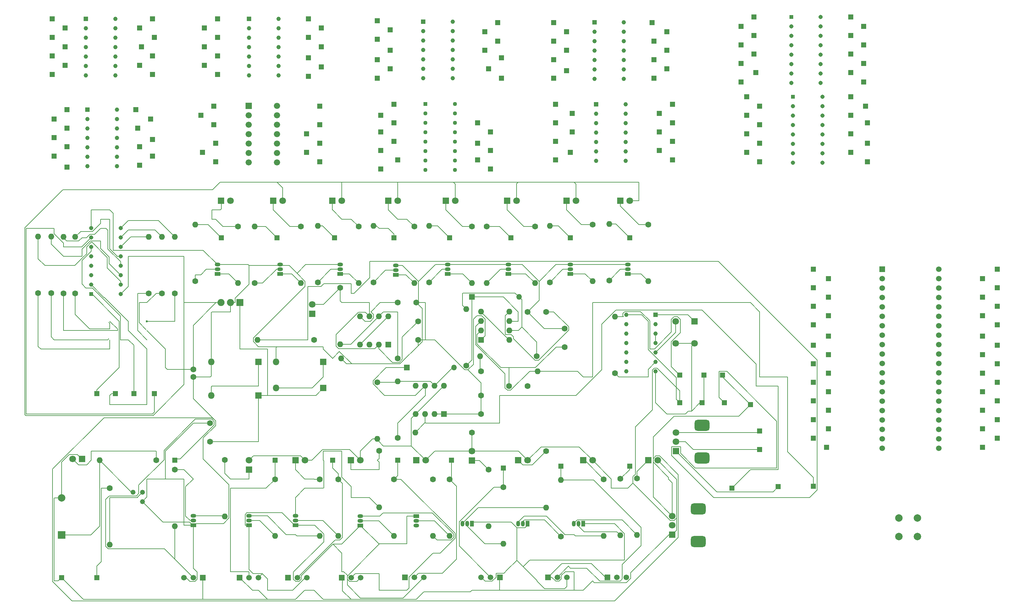
<source format=gbl>
%TF.GenerationSoftware,KiCad,Pcbnew,8.0.4*%
%TF.CreationDate,2024-09-18T10:13:05+03:00*%
%TF.ProjectId,Digital Electronic Trainer main pcb,44696769-7461-46c2-9045-6c656374726f,rev?*%
%TF.SameCoordinates,Original*%
%TF.FileFunction,Copper,L2,Bot*%
%TF.FilePolarity,Positive*%
%FSLAX46Y46*%
G04 Gerber Fmt 4.6, Leading zero omitted, Abs format (unit mm)*
G04 Created by KiCad (PCBNEW 8.0.4) date 2024-09-18 10:13:05*
%MOMM*%
%LPD*%
G01*
G04 APERTURE LIST*
G04 Aperture macros list*
%AMRoundRect*
0 Rectangle with rounded corners*
0 $1 Rounding radius*
0 $2 $3 $4 $5 $6 $7 $8 $9 X,Y pos of 4 corners*
0 Add a 4 corners polygon primitive as box body*
4,1,4,$2,$3,$4,$5,$6,$7,$8,$9,$2,$3,0*
0 Add four circle primitives for the rounded corners*
1,1,$1+$1,$2,$3*
1,1,$1+$1,$4,$5*
1,1,$1+$1,$6,$7*
1,1,$1+$1,$8,$9*
0 Add four rect primitives between the rounded corners*
20,1,$1+$1,$2,$3,$4,$5,0*
20,1,$1+$1,$4,$5,$6,$7,0*
20,1,$1+$1,$6,$7,$8,$9,0*
20,1,$1+$1,$8,$9,$2,$3,0*%
G04 Aperture macros list end*
%TA.AperFunction,ComponentPad*%
%ADD10R,1.350000X1.350000*%
%TD*%
%TA.AperFunction,ComponentPad*%
%ADD11R,1.508000X1.508000*%
%TD*%
%TA.AperFunction,ComponentPad*%
%ADD12C,1.508000*%
%TD*%
%TA.AperFunction,ComponentPad*%
%ADD13R,1.800000X1.800000*%
%TD*%
%TA.AperFunction,ComponentPad*%
%ADD14C,1.800000*%
%TD*%
%TA.AperFunction,ComponentPad*%
%ADD15R,1.170000X1.170000*%
%TD*%
%TA.AperFunction,ComponentPad*%
%ADD16C,1.170000*%
%TD*%
%TA.AperFunction,ComponentPad*%
%ADD17C,2.000000*%
%TD*%
%TA.AperFunction,ComponentPad*%
%ADD18R,1.676400X1.676400*%
%TD*%
%TA.AperFunction,ComponentPad*%
%ADD19C,1.676400*%
%TD*%
%TA.AperFunction,ComponentPad*%
%ADD20R,1.140000X1.140000*%
%TD*%
%TA.AperFunction,ComponentPad*%
%ADD21C,1.140000*%
%TD*%
%TA.AperFunction,ComponentPad*%
%ADD22R,1.130000X1.130000*%
%TD*%
%TA.AperFunction,ComponentPad*%
%ADD23C,1.130000*%
%TD*%
%TA.AperFunction,ComponentPad*%
%ADD24C,1.600000*%
%TD*%
%TA.AperFunction,ComponentPad*%
%ADD25O,1.600000X1.600000*%
%TD*%
%TA.AperFunction,ComponentPad*%
%ADD26R,1.500000X1.050000*%
%TD*%
%TA.AperFunction,ComponentPad*%
%ADD27O,1.500000X1.050000*%
%TD*%
%TA.AperFunction,ComponentPad*%
%ADD28RoundRect,0.750000X-1.250000X-0.750000X1.250000X-0.750000X1.250000X0.750000X-1.250000X0.750000X0*%
%TD*%
%TA.AperFunction,ComponentPad*%
%ADD29O,1.800000X1.800000*%
%TD*%
%TA.AperFunction,ComponentPad*%
%ADD30C,1.320800*%
%TD*%
%TA.AperFunction,ComponentPad*%
%ADD31R,1.600000X1.600000*%
%TD*%
%TA.AperFunction,ComponentPad*%
%ADD32R,2.000000X2.000000*%
%TD*%
%TA.AperFunction,ComponentPad*%
%ADD33R,1.500000X1.500000*%
%TD*%
%TA.AperFunction,ComponentPad*%
%ADD34O,1.500000X1.500000*%
%TD*%
%TA.AperFunction,ComponentPad*%
%ADD35R,1.910000X1.910000*%
%TD*%
%TA.AperFunction,ComponentPad*%
%ADD36C,1.910000*%
%TD*%
%TA.AperFunction,ComponentPad*%
%ADD37R,1.050000X1.500000*%
%TD*%
%TA.AperFunction,ComponentPad*%
%ADD38O,1.050000X1.500000*%
%TD*%
%TA.AperFunction,ViaPad*%
%ADD39C,0.600000*%
%TD*%
%TA.AperFunction,Conductor*%
%ADD40C,0.200000*%
%TD*%
G04 APERTURE END LIST*
D10*
%TO.P,J215,1,Pin_1*%
%TO.N,Net-(J215-Pin_1)*%
X36500000Y-119500000D03*
%TD*%
%TO.P,J118,1,Pin_1*%
%TO.N,/2A*%
X23000000Y-26000000D03*
%TD*%
D11*
%TO.P,SW4,1,C*%
%TO.N,Net-(BZ1--)*%
X97500000Y-169100000D03*
D12*
%TO.P,SW4,2,B*%
%TO.N,Net-(J207-Pin_1)*%
X100040000Y-169100000D03*
%TO.P,SW4,3,A*%
%TO.N,Net-(D35-A)*%
X102580000Y-169100000D03*
%TD*%
D10*
%TO.P,J166,1,Pin_1*%
%TO.N,Net-(J166-Pin_1)*%
X270000000Y-93500000D03*
%TD*%
%TO.P,J183,1,Pin_1*%
%TO.N,Net-(J183-Pin_1)*%
X188500000Y-114500000D03*
%TD*%
%TO.P,J128,1,Pin_1*%
%TO.N,GND*%
X19500000Y-33500000D03*
%TD*%
D13*
%TO.P,D17,1,K*%
%TO.N,Net-(D17-K)*%
X172500000Y-67500000D03*
D14*
%TO.P,D17,2,A*%
%TO.N,Net-(BZ1--)*%
X175040000Y-67500000D03*
%TD*%
D10*
%TO.P,J165,1,Pin_1*%
%TO.N,Net-(J165-Pin_1)*%
X274000000Y-91000000D03*
%TD*%
%TO.P,J150,1,Pin_1*%
%TO.N,Net-(J150-Pin_1)*%
X228500000Y-104000000D03*
%TD*%
D13*
%TO.P,D6,1,K*%
%TO.N,Net-(D6-K)*%
X132500000Y-137540000D03*
D14*
%TO.P,D6,2,A*%
%TO.N,Net-(BZ1--)*%
X132500000Y-135000000D03*
%TD*%
D10*
%TO.P,J203,1,Pin_1*%
%TO.N,Net-(J203-Pin_1)*%
X175000000Y-139100000D03*
%TD*%
%TO.P,J74,1,Pin_1*%
%TO.N,/Cp2.Lshift*%
X108000000Y-59000000D03*
%TD*%
D13*
%TO.P,D15,1,K*%
%TO.N,Net-(D15-K)*%
X142000000Y-67500000D03*
D14*
%TO.P,D15,2,A*%
%TO.N,Net-(BZ1--)*%
X144540000Y-67500000D03*
%TD*%
D10*
%TO.P,J76,1,Pin_1*%
%TO.N,VCC*%
X139500000Y-19500000D03*
%TD*%
%TO.P,J86,1,Pin_1*%
%TO.N,/3B*%
X140500000Y-29000000D03*
%TD*%
%TO.P,J151,1,Pin_1*%
%TO.N,Net-(J151-Pin_1)*%
X224500000Y-106500000D03*
%TD*%
%TO.P,J106,1,Pin_1*%
%TO.N,/Q2*%
X91500000Y-57000000D03*
%TD*%
%TO.P,J137,1,Pin_1*%
%TO.N,/2Y*%
X20000000Y-50500000D03*
%TD*%
%TO.P,J188,1,Pin_1*%
%TO.N,Net-(J188-Pin_1)*%
X202500000Y-145000000D03*
%TD*%
%TO.P,J139,1,Pin_1*%
%TO.N,/4Y*%
X43000000Y-58000000D03*
%TD*%
%TO.P,J104,1,Pin_1*%
%TO.N,/Q0*%
X91500000Y-47000000D03*
%TD*%
%TO.P,J194,1,Pin_1*%
%TO.N,Net-(J194-Pin_1)*%
X210000000Y-129600000D03*
%TD*%
D11*
%TO.P,SW7,1,C*%
%TO.N,Net-(BZ1--)*%
X153000000Y-169000000D03*
D12*
%TO.P,SW7,2,B*%
%TO.N,Net-(J204-Pin_1)*%
X155540000Y-169000000D03*
%TO.P,SW7,3,A*%
%TO.N,Net-(D35-A)*%
X158080000Y-169000000D03*
%TD*%
D10*
%TO.P,J157,1,Pin_1*%
%TO.N,Net-(J157-Pin_1)*%
X224500000Y-121500000D03*
%TD*%
%TO.P,J68,1,Pin_1*%
%TO.N,/P0*%
X108000000Y-44500000D03*
%TD*%
%TO.P,J120,1,Pin_1*%
%TO.N,/3A*%
X43000000Y-31000000D03*
%TD*%
%TO.P,J41,1,Pin_1*%
%TO.N,/1B*%
X158000000Y-22000000D03*
%TD*%
%TO.P,J117,1,Pin_1*%
%TO.N,/1B*%
X23000000Y-21000000D03*
%TD*%
%TO.P,J178,1,Pin_1*%
%TO.N,Net-(J178-Pin_1)*%
X270000000Y-124000000D03*
%TD*%
%TO.P,J52,1,Pin_1*%
%TO.N,/4Y*%
X183000000Y-49000000D03*
%TD*%
%TO.P,J58,1,Pin_1*%
%TO.N,/3B*%
X186500000Y-51500000D03*
%TD*%
D15*
%TO.P,IC3-7408,1,1A*%
%TO.N,/1A*%
X119390000Y-19265000D03*
D16*
%TO.P,IC3-7408,2,1B*%
%TO.N,/1B*%
X119390000Y-21805000D03*
%TO.P,IC3-7408,3,1Y*%
%TO.N,/1Y*%
X119390000Y-24345000D03*
%TO.P,IC3-7408,4,2A*%
%TO.N,/2A*%
X119390000Y-26885000D03*
%TO.P,IC3-7408,5,2B*%
%TO.N,/2B*%
X119390000Y-29425000D03*
%TO.P,IC3-7408,6,2Y*%
%TO.N,/2Y*%
X119390000Y-31965000D03*
%TO.P,IC3-7408,7,GND*%
%TO.N,GND*%
X119390000Y-34505000D03*
%TO.P,IC3-7408,8,3Y*%
%TO.N,/3Y*%
X127330000Y-34505000D03*
%TO.P,IC3-7408,9,3A*%
%TO.N,/3A*%
X127330000Y-31965000D03*
%TO.P,IC3-7408,10,3B*%
%TO.N,/3B*%
X127330000Y-29425000D03*
%TO.P,IC3-7408,11,4Y*%
%TO.N,/4Y*%
X127330000Y-26885000D03*
%TO.P,IC3-7408,12,4A*%
%TO.N,/4A*%
X127330000Y-24345000D03*
%TO.P,IC3-7408,13,4B*%
%TO.N,/4B*%
X127330000Y-21805000D03*
%TO.P,IC3-7408,14,VCC*%
%TO.N,VCC*%
X127330000Y-19265000D03*
%TD*%
D10*
%TO.P,J177,1,Pin_1*%
%TO.N,Net-(J177-Pin_1)*%
X274000000Y-121500000D03*
%TD*%
%TO.P,J211,1,Pin_1*%
%TO.N,Net-(BZ1--)*%
X22000000Y-169100000D03*
%TD*%
%TO.P,J24,1,Pin_1*%
%TO.N,/Q'2*%
X234500000Y-54500000D03*
%TD*%
%TO.P,J16,1,Pin_1*%
%TO.N,/CLK2*%
X205000000Y-30500000D03*
%TD*%
%TO.P,J17,1,Pin_1*%
%TO.N,/PR2*%
X209000000Y-33000000D03*
%TD*%
%TO.P,J197,1,Pin_1*%
%TO.N,Net-(J197-Pin_1)*%
X95500000Y-77500000D03*
%TD*%
%TO.P,J204,1,Pin_1*%
%TO.N,Net-(J204-Pin_1)*%
X156500000Y-139100000D03*
%TD*%
%TO.P,J134,1,Pin_1*%
%TO.N,/6A*%
X46000000Y-45500000D03*
%TD*%
%TO.P,J143,1,Pin_1*%
%TO.N,Net-(J143-Pin_1)*%
X224500000Y-86000000D03*
%TD*%
%TO.P,J217,1,Pin_1*%
%TO.N,GND*%
X155000000Y-56500000D03*
%TD*%
D11*
%TO.P,SW1,1,C*%
%TO.N,Net-(BZ1--)*%
X60040000Y-169100000D03*
D12*
%TO.P,SW1,2,B*%
%TO.N,Net-(J210-Pin_1)*%
X57500000Y-169100000D03*
%TO.P,SW1,3,A*%
%TO.N,Net-(D35-A)*%
X54960000Y-169100000D03*
%TD*%
D10*
%TO.P,J34,1,Pin_1*%
%TO.N,VCC*%
X181000000Y-19500000D03*
%TD*%
%TO.P,J56,1,Pin_1*%
%TO.N,/2B*%
X155000000Y-51500000D03*
%TD*%
%TO.P,J29,1,Pin_1*%
%TO.N,/PR1*%
X210000000Y-42000000D03*
%TD*%
%TO.P,J23,1,Pin_1*%
%TO.N,/Q2*%
X239000000Y-52000000D03*
%TD*%
D11*
%TO.P,SW8,1,C*%
%TO.N,Net-(BZ1--)*%
X169000000Y-169000000D03*
D12*
%TO.P,SW8,2,B*%
%TO.N,Net-(J203-Pin_1)*%
X171540000Y-169000000D03*
%TO.P,SW8,3,A*%
%TO.N,Net-(D35-A)*%
X174080000Y-169000000D03*
%TD*%
D10*
%TO.P,J132,1,Pin_1*%
%TO.N,/4A*%
X46500000Y-55500000D03*
%TD*%
%TO.P,J172,1,Pin_1*%
%TO.N,Net-(J172-Pin_1)*%
X270000000Y-109000000D03*
%TD*%
%TO.P,J107,1,Pin_1*%
%TO.N,/Q3*%
X88000000Y-49500000D03*
%TD*%
D13*
%TO.P,D10,1,K*%
%TO.N,Net-(D10-K)*%
X64960000Y-67500000D03*
D14*
%TO.P,D10,2,A*%
%TO.N,Net-(BZ1--)*%
X67500000Y-67500000D03*
%TD*%
D10*
%TO.P,J96,1,Pin_1*%
%TO.N,/4B*%
X92000000Y-21000000D03*
%TD*%
%TO.P,J189,1,Pin_1*%
%TO.N,Net-(J189-Pin_1)*%
X224500000Y-144500000D03*
%TD*%
%TO.P,J8,1,Pin_1*%
%TO.N,/Q'2*%
X234500000Y-33000000D03*
%TD*%
%TO.P,J196,1,Pin_1*%
%TO.N,Net-(J196-Pin_1)*%
X80000000Y-77500000D03*
%TD*%
%TO.P,J57,1,Pin_1*%
%TO.N,/3A*%
X183000000Y-54000000D03*
%TD*%
D15*
%TO.P,IC8-7486,1,1A*%
%TO.N,/1A*%
X166000000Y-41500000D03*
D16*
%TO.P,IC8-7486,2,1B*%
%TO.N,/1B*%
X166000000Y-44040000D03*
%TO.P,IC8-7486,3,1Y*%
%TO.N,/1Y*%
X166000000Y-46580000D03*
%TO.P,IC8-7486,4,2A*%
%TO.N,/2A*%
X166000000Y-49120000D03*
%TO.P,IC8-7486,5,2B*%
%TO.N,/2B*%
X166000000Y-51660000D03*
%TO.P,IC8-7486,6,2Y*%
%TO.N,/2Y*%
X166000000Y-54200000D03*
%TO.P,IC8-7486,7,GND*%
%TO.N,GND*%
X166000000Y-56740000D03*
%TO.P,IC8-7486,8,3Y*%
%TO.N,/3Y*%
X173940000Y-56740000D03*
%TO.P,IC8-7486,9,3A*%
%TO.N,/3A*%
X173940000Y-54200000D03*
%TO.P,IC8-7486,10,3B*%
%TO.N,/3B*%
X173940000Y-51660000D03*
%TO.P,IC8-7486,11,4Y*%
%TO.N,/4Y*%
X173940000Y-49120000D03*
%TO.P,IC8-7486,12,4A*%
%TO.N,/4A*%
X173940000Y-46580000D03*
%TO.P,IC8-7486,13,4B*%
%TO.N,/4B*%
X173940000Y-44040000D03*
%TO.P,IC8-7486,14,VCC*%
%TO.N,VCC*%
X173940000Y-41500000D03*
%TD*%
D10*
%TO.P,J40,1,Pin_1*%
%TO.N,/1A*%
X154500000Y-19500000D03*
%TD*%
%TO.P,J36,1,Pin_1*%
%TO.N,/2Y*%
X158000000Y-32500000D03*
%TD*%
%TO.P,J99,1,Pin_1*%
%TO.N,/2Y*%
X60500000Y-31000000D03*
%TD*%
%TO.P,J205,1,Pin_1*%
%TO.N,Net-(J205-Pin_1)*%
X141000000Y-139600000D03*
%TD*%
%TO.P,J59,1,Pin_1*%
%TO.N,/4A*%
X186500000Y-46500000D03*
%TD*%
%TO.P,J3,1,Pin_1*%
%TO.N,Net-(J3-Pin_1)*%
X238000000Y-20500000D03*
%TD*%
%TO.P,J101,1,Pin_1*%
%TO.N,/4Y*%
X92000000Y-26000000D03*
%TD*%
%TO.P,J142,1,Pin_1*%
%TO.N,Net-(J142-Pin_1)*%
X42500000Y-48000000D03*
%TD*%
%TO.P,J193,1,Pin_1*%
%TO.N,Net-(J193-Pin_1)*%
X210000000Y-134600000D03*
%TD*%
D11*
%TO.P,SW2,1,C*%
%TO.N,Net-(BZ1--)*%
X69960000Y-169100000D03*
D12*
%TO.P,SW2,2,B*%
%TO.N,Net-(J209-Pin_1)*%
X72500000Y-169100000D03*
%TO.P,SW2,3,A*%
%TO.N,Net-(D35-A)*%
X75040000Y-169100000D03*
%TD*%
D10*
%TO.P,J67,1,Pin_1*%
%TO.N,/Ds*%
X111500000Y-41500000D03*
%TD*%
%TO.P,J131,1,Pin_1*%
%TO.N,/3A*%
X23500000Y-53000000D03*
%TD*%
%TO.P,J18,1,Pin_1*%
%TO.N,/K1*%
X234500000Y-39500000D03*
%TD*%
%TO.P,J123,1,Pin_1*%
%TO.N,/4B*%
X43000000Y-21000000D03*
%TD*%
%TO.P,J7,1,Pin_1*%
%TO.N,/Q2*%
X238000000Y-30500000D03*
%TD*%
%TO.P,J167,1,Pin_1*%
%TO.N,Net-(J167-Pin_1)*%
X274000000Y-96000000D03*
%TD*%
%TO.P,J64,1,Pin_1*%
%TO.N,/Q3*%
X134000000Y-56500000D03*
%TD*%
%TO.P,J9,1,Pin_1*%
%TO.N,/J2*%
X238000000Y-35500000D03*
%TD*%
%TO.P,J116,1,Pin_1*%
%TO.N,VCC*%
X46500000Y-18500000D03*
%TD*%
D17*
%TO.P,SW16,1,1*%
%TO.N,Net-(SW16-Pad1)*%
X252500000Y-158000000D03*
%TO.P,SW16,2,2*%
%TO.N,Net-(SW16-Pad2)*%
X247500000Y-158000000D03*
%TO.P,SW16,3,3*%
%TO.N,GND*%
X252500000Y-153000000D03*
%TO.P,SW16,4,4*%
%TO.N,VCC*%
X247500000Y-153000000D03*
%TD*%
D10*
%TO.P,J108,1,Pin_1*%
%TO.N,Net-(J108-Pin_1)*%
X91500000Y-52000000D03*
%TD*%
%TO.P,J61,1,Pin_1*%
%TO.N,/Q0*%
X137500000Y-49000000D03*
%TD*%
%TO.P,J213,1,Pin_1*%
%TO.N,Net-(J213-Pin_1)*%
X47000000Y-119500000D03*
%TD*%
%TO.P,J39,1,Pin_1*%
%TO.N,GND*%
X154500000Y-34500000D03*
%TD*%
%TO.P,J154,1,Pin_1*%
%TO.N,Net-(J154-Pin_1)*%
X228500000Y-114000000D03*
%TD*%
%TO.P,J115,1,Pin_1*%
%TO.N,/1A*%
X19500000Y-18500000D03*
%TD*%
%TO.P,J77,1,Pin_1*%
%TO.N,/1Y*%
X107000000Y-24000000D03*
%TD*%
%TO.P,J124,1,Pin_1*%
%TO.N,/1Y*%
X19500000Y-23500000D03*
%TD*%
%TO.P,J174,1,Pin_1*%
%TO.N,Net-(J174-Pin_1)*%
X270000000Y-114000000D03*
%TD*%
%TO.P,J91,1,Pin_1*%
%TO.N,/2A*%
X60500000Y-26000000D03*
%TD*%
D18*
%TO.P,IC6-7490,1,CP1..3*%
%TO.N,/CP1..3*%
X72380000Y-41960000D03*
D19*
%TO.P,IC6-7490,2,R0(1)*%
%TO.N,/R0(1)*%
X72380000Y-44500000D03*
%TO.P,IC6-7490,3,R0(2)*%
%TO.N,/R0(2)*%
X72380000Y-47040000D03*
%TO.P,IC6-7490,4*%
%TO.N,N/C*%
X72380000Y-49580000D03*
%TO.P,IC6-7490,5,VCC*%
%TO.N,VCC*%
X72380000Y-52120000D03*
%TO.P,IC6-7490,6,R9(1)*%
%TO.N,/R9(1)*%
X72380000Y-54660000D03*
%TO.P,IC6-7490,7,R9(2)*%
%TO.N,/R9(2)*%
X72380000Y-57200000D03*
%TO.P,IC6-7490,8,Q2*%
%TO.N,/Q2*%
X80000000Y-57200000D03*
%TO.P,IC6-7490,9,Q1*%
%TO.N,/Q1*%
X80000000Y-54660000D03*
%TO.P,IC6-7490,10,GND*%
%TO.N,Net-(J108-Pin_1)*%
X80000000Y-52120000D03*
%TO.P,IC6-7490,11,Q3*%
%TO.N,/Q3*%
X80000000Y-49580000D03*
%TO.P,IC6-7490,12,Q0*%
%TO.N,/Q0*%
X80000000Y-47040000D03*
%TO.P,IC6-7490,13*%
%TO.N,N/C*%
X80000000Y-44500000D03*
%TO.P,IC6-7490,14,CP0*%
%TO.N,/CP0*%
X80000000Y-41960000D03*
%TD*%
D10*
%TO.P,J158,1,Pin_1*%
%TO.N,Net-(J158-Pin_1)*%
X228500000Y-124000000D03*
%TD*%
%TO.P,J54,1,Pin_1*%
%TO.N,/1B*%
X159500000Y-44000000D03*
%TD*%
%TO.P,J27,1,Pin_1*%
%TO.N,/PR2*%
X206500000Y-54500000D03*
%TD*%
%TO.P,J22,1,Pin_1*%
%TO.N,/K2*%
X234500000Y-49500000D03*
%TD*%
%TO.P,J2,1,Pin_1*%
%TO.N,/K1*%
X234500000Y-18000000D03*
%TD*%
%TO.P,J21,1,Pin_1*%
%TO.N,GND*%
X239000000Y-46500000D03*
%TD*%
%TO.P,J62,1,Pin_1*%
%TO.N,/Q1*%
X134000000Y-52000000D03*
%TD*%
%TO.P,J92,1,Pin_1*%
%TO.N,/2B*%
X64000000Y-28500000D03*
%TD*%
%TO.P,J186,1,Pin_1*%
%TO.N,Net-(J185-Pin_1)*%
X195000000Y-114500000D03*
%TD*%
%TO.P,J19,1,Pin_1*%
%TO.N,/Q1*%
X238500000Y-42000000D03*
%TD*%
%TO.P,J168,1,Pin_1*%
%TO.N,Net-(J168-Pin_1)*%
X270000000Y-98500000D03*
%TD*%
%TO.P,J156,1,Pin_1*%
%TO.N,Net-(J156-Pin_1)*%
X228500000Y-119000000D03*
%TD*%
%TO.P,J28,1,Pin_1*%
%TO.N,/CLK1*%
X206500000Y-39500000D03*
%TD*%
%TO.P,J133,1,Pin_1*%
%TO.N,/5A*%
X46500000Y-51000000D03*
%TD*%
%TO.P,J160,1,Pin_1*%
%TO.N,Net-(J160-Pin_1)*%
X228500000Y-129000000D03*
%TD*%
D20*
%TO.P,J-K_F.F,1,CLK1*%
%TO.N,/CLK1*%
X219000000Y-39460000D03*
D21*
%TO.P,J-K_F.F,2,PR1*%
%TO.N,/PR1*%
X219000000Y-42000000D03*
%TO.P,J-K_F.F,3,CLR1*%
%TO.N,/CLR1*%
X219000000Y-44540000D03*
%TO.P,J-K_F.F,4,J1*%
%TO.N,/J1*%
X219000000Y-47080000D03*
%TO.P,J-K_F.F,5,+V*%
%TO.N,/+V*%
X219000000Y-49620000D03*
%TO.P,J-K_F.F,6,CLK2*%
%TO.N,/CLK2*%
X219000000Y-52160000D03*
%TO.P,J-K_F.F,7,PR2*%
%TO.N,/PR2*%
X219000000Y-54700000D03*
%TO.P,J-K_F.F,8,CLR2*%
%TO.N,/CLR2*%
X219000000Y-57240000D03*
%TO.P,J-K_F.F,9,J2*%
%TO.N,/J2*%
X226940000Y-57240000D03*
%TO.P,J-K_F.F,10,Q'2*%
%TO.N,/Q'2*%
X226940000Y-54700000D03*
%TO.P,J-K_F.F,11,Q2*%
%TO.N,/Q2*%
X226940000Y-52160000D03*
%TO.P,J-K_F.F,12,K2*%
%TO.N,/K2*%
X226940000Y-49620000D03*
%TO.P,J-K_F.F,13,GND*%
%TO.N,GND*%
X226940000Y-47080000D03*
%TO.P,J-K_F.F,14,Q'1*%
%TO.N,/Q'1*%
X226940000Y-44540000D03*
%TO.P,J-K_F.F,15,Q1*%
%TO.N,/Q1*%
X226940000Y-42000000D03*
%TO.P,J-K_F.F,16,K1*%
%TO.N,/K1*%
X226940000Y-39460000D03*
%TD*%
D10*
%TO.P,J45,1,Pin_1*%
%TO.N,/3B*%
X181500000Y-29500000D03*
%TD*%
%TO.P,J161,1,Pin_1*%
%TO.N,Net-(J161-Pin_1)*%
X224500000Y-131500000D03*
%TD*%
%TO.P,J114,1,Pin_1*%
%TO.N,/R9(2)*%
X63500000Y-57000000D03*
%TD*%
%TO.P,J11,1,Pin_1*%
%TO.N,/CLK1*%
X208500000Y-18000000D03*
%TD*%
%TO.P,J69,1,Pin_1*%
%TO.N,/P1*%
X111500000Y-46500000D03*
%TD*%
%TO.P,J185,1,Pin_1*%
%TO.N,Net-(J185-Pin_1)*%
X194500000Y-122000000D03*
%TD*%
%TO.P,J50,1,Pin_1*%
%TO.N,/2Y*%
X159000000Y-54500000D03*
%TD*%
%TO.P,J195,1,Pin_1*%
%TO.N,Net-(J195-Pin_1)*%
X65000000Y-77500000D03*
%TD*%
%TO.P,J182,1,Pin_1*%
%TO.N,Net-(J182-Pin_1)*%
X270000000Y-134000000D03*
%TD*%
%TO.P,J112,1,Pin_1*%
%TO.N,/R0(2)*%
X63000000Y-47000000D03*
%TD*%
%TO.P,J25,1,Pin_1*%
%TO.N,/J2*%
X239000000Y-57000000D03*
%TD*%
%TO.P,J119,1,Pin_1*%
%TO.N,/2B*%
X19500000Y-28500000D03*
%TD*%
%TO.P,J60,1,Pin_1*%
%TO.N,/4B*%
X183000000Y-44000000D03*
%TD*%
%TO.P,J75,1,Pin_1*%
%TO.N,GND*%
X107000000Y-34500000D03*
%TD*%
%TO.P,J109,1,Pin_1*%
%TO.N,/CP0*%
X91500000Y-42000000D03*
%TD*%
%TO.P,J149,1,Pin_1*%
%TO.N,Net-(J149-Pin_1)*%
X224500000Y-101000000D03*
%TD*%
D13*
%TO.P,D12,1,K*%
%TO.N,Net-(D12-K)*%
X94960000Y-67500000D03*
D14*
%TO.P,D12,2,A*%
%TO.N,Net-(BZ1--)*%
X97500000Y-67500000D03*
%TD*%
D10*
%TO.P,J83,1,Pin_1*%
%TO.N,/2A*%
X110500000Y-27000000D03*
%TD*%
%TO.P,J181,1,Pin_1*%
%TO.N,Net-(J181-Pin_1)*%
X274000000Y-131500000D03*
%TD*%
%TO.P,J73,1,Pin_1*%
%TO.N,/Cp1.Rshift*%
X137500000Y-59000000D03*
%TD*%
%TO.P,J163,1,Pin_1*%
%TO.N,Net-(J163-Pin_1)*%
X274000000Y-86000000D03*
%TD*%
D11*
%TO.P,J1,1,1*%
%TO.N,Net-(J143-Pin_1)*%
X243000000Y-86000000D03*
D12*
%TO.P,J1,2,2*%
%TO.N,Net-(J144-Pin_1)*%
X243000000Y-88540000D03*
%TO.P,J1,3,3*%
%TO.N,Net-(J145-Pin_1)*%
X243000000Y-91080000D03*
%TO.P,J1,4,4*%
%TO.N,Net-(J146-Pin_1)*%
X243000000Y-93620000D03*
%TO.P,J1,5,5*%
%TO.N,Net-(J147-Pin_1)*%
X243000000Y-96160000D03*
%TO.P,J1,6,6*%
%TO.N,Net-(J148-Pin_1)*%
X243000000Y-98700000D03*
%TO.P,J1,7,7*%
%TO.N,Net-(J149-Pin_1)*%
X243000000Y-101240000D03*
%TO.P,J1,8,8*%
%TO.N,Net-(J150-Pin_1)*%
X243000000Y-103780000D03*
%TO.P,J1,9,9*%
%TO.N,Net-(J151-Pin_1)*%
X243000000Y-106320000D03*
%TO.P,J1,10,10*%
%TO.N,Net-(J152-Pin_1)*%
X243000000Y-108860000D03*
%TO.P,J1,11,11*%
%TO.N,Net-(J153-Pin_1)*%
X243000000Y-111400000D03*
%TO.P,J1,12,12*%
%TO.N,Net-(J154-Pin_1)*%
X243000000Y-113940000D03*
%TO.P,J1,13,13*%
%TO.N,Net-(J155-Pin_1)*%
X243000000Y-116480000D03*
%TO.P,J1,14,14*%
%TO.N,Net-(J156-Pin_1)*%
X243000000Y-119020000D03*
%TO.P,J1,15,15*%
%TO.N,Net-(J157-Pin_1)*%
X243000000Y-121560000D03*
%TO.P,J1,16,16*%
%TO.N,Net-(J158-Pin_1)*%
X243000000Y-124100000D03*
%TO.P,J1,17,17*%
%TO.N,Net-(J159-Pin_1)*%
X243000000Y-126640000D03*
%TO.P,J1,18,18*%
%TO.N,Net-(J160-Pin_1)*%
X243000000Y-129180000D03*
%TO.P,J1,19,19*%
%TO.N,Net-(J161-Pin_1)*%
X243000000Y-131720000D03*
%TO.P,J1,20,20*%
%TO.N,Net-(J162-Pin_1)*%
X243000000Y-134260000D03*
%TO.P,J1,21,21*%
%TO.N,Net-(J182-Pin_1)*%
X258240000Y-134260000D03*
%TO.P,J1,22,22*%
%TO.N,Net-(J181-Pin_1)*%
X258240000Y-131720000D03*
%TO.P,J1,23,23*%
%TO.N,Net-(J180-Pin_1)*%
X258240000Y-129180000D03*
%TO.P,J1,24,24*%
%TO.N,Net-(J179-Pin_1)*%
X258240000Y-126640000D03*
%TO.P,J1,25,25*%
%TO.N,Net-(J178-Pin_1)*%
X258240000Y-124100000D03*
%TO.P,J1,26,26*%
%TO.N,Net-(J177-Pin_1)*%
X258240000Y-121560000D03*
%TO.P,J1,27,27*%
%TO.N,Net-(J176-Pin_1)*%
X258240000Y-119020000D03*
%TO.P,J1,28,28*%
%TO.N,Net-(J175-Pin_1)*%
X258240000Y-116480000D03*
%TO.P,J1,29,29*%
%TO.N,Net-(J174-Pin_1)*%
X258240000Y-113940000D03*
%TO.P,J1,30,30*%
%TO.N,Net-(J173-Pin_1)*%
X258240000Y-111400000D03*
%TO.P,J1,31,31*%
%TO.N,Net-(J172-Pin_1)*%
X258240000Y-108860000D03*
%TO.P,J1,32,32*%
%TO.N,Net-(J171-Pin_1)*%
X258240000Y-106320000D03*
%TO.P,J1,33,33*%
%TO.N,Net-(J170-Pin_1)*%
X258240000Y-103780000D03*
%TO.P,J1,34,34*%
%TO.N,Net-(J169-Pin_1)*%
X258240000Y-101240000D03*
%TO.P,J1,35,35*%
%TO.N,Net-(J168-Pin_1)*%
X258240000Y-98700000D03*
%TO.P,J1,36,36*%
%TO.N,Net-(J167-Pin_1)*%
X258240000Y-96160000D03*
%TO.P,J1,37,37*%
%TO.N,Net-(J166-Pin_1)*%
X258240000Y-93620000D03*
%TO.P,J1,38,38*%
%TO.N,Net-(J165-Pin_1)*%
X258240000Y-91080000D03*
%TO.P,J1,39,39*%
%TO.N,Net-(J164-Pin_1)*%
X258240000Y-88540000D03*
%TO.P,J1,40,40*%
%TO.N,Net-(J163-Pin_1)*%
X258240000Y-86000000D03*
%TD*%
D10*
%TO.P,J93,1,Pin_1*%
%TO.N,/3A*%
X92000000Y-31500000D03*
%TD*%
%TO.P,J184,1,Pin_1*%
%TO.N,Net-(BZ1--)*%
X188500000Y-122000000D03*
%TD*%
%TO.P,J48,1,Pin_1*%
%TO.N,VCC*%
X186500000Y-41500000D03*
%TD*%
D13*
%TO.P,D13,1,K*%
%TO.N,Net-(D13-K)*%
X110000000Y-67500000D03*
D14*
%TO.P,D13,2,A*%
%TO.N,Net-(BZ1--)*%
X112540000Y-67500000D03*
%TD*%
D10*
%TO.P,J111,1,Pin_1*%
%TO.N,/R0(1)*%
X59500000Y-44500000D03*
%TD*%
%TO.P,J136,1,Pin_1*%
%TO.N,/1Y*%
X20000000Y-45500000D03*
%TD*%
%TO.P,J88,1,Pin_1*%
%TO.N,/4B*%
X136000000Y-22000000D03*
%TD*%
%TO.P,J147,1,Pin_1*%
%TO.N,Net-(J147-Pin_1)*%
X224500000Y-96000000D03*
%TD*%
D13*
%TO.P,D4,1,K*%
%TO.N,Net-(D4-K)*%
X99960000Y-137500000D03*
D14*
%TO.P,D4,2,A*%
%TO.N,Net-(BZ1--)*%
X102500000Y-137500000D03*
%TD*%
D10*
%TO.P,J46,1,Pin_1*%
%TO.N,/4A*%
X181500000Y-24500000D03*
%TD*%
D15*
%TO.P,IC2-7402,1,1A*%
%TO.N,/1A*%
X72500000Y-18500000D03*
D16*
%TO.P,IC2-7402,2,1B*%
%TO.N,/1B*%
X72500000Y-21040000D03*
%TO.P,IC2-7402,3,1Y*%
%TO.N,/1Y*%
X72500000Y-23580000D03*
%TO.P,IC2-7402,4,2A*%
%TO.N,/2A*%
X72500000Y-26120000D03*
%TO.P,IC2-7402,5,2B*%
%TO.N,/2B*%
X72500000Y-28660000D03*
%TO.P,IC2-7402,6,2Y*%
%TO.N,/2Y*%
X72500000Y-31200000D03*
%TO.P,IC2-7402,7,GND*%
%TO.N,GND*%
X72500000Y-33740000D03*
%TO.P,IC2-7402,8,3Y*%
%TO.N,/3Y*%
X80440000Y-33740000D03*
%TO.P,IC2-7402,9,3A*%
%TO.N,/3A*%
X80440000Y-31200000D03*
%TO.P,IC2-7402,10,3B*%
%TO.N,/3B*%
X80440000Y-28660000D03*
%TO.P,IC2-7402,11,4Y*%
%TO.N,/4Y*%
X80440000Y-26120000D03*
%TO.P,IC2-7402,12,4A*%
%TO.N,/4A*%
X80440000Y-23580000D03*
%TO.P,IC2-7402,13,4B*%
%TO.N,/4B*%
X80440000Y-21040000D03*
%TO.P,IC2-7402,14,VCC*%
%TO.N,VCC*%
X80440000Y-18500000D03*
%TD*%
D10*
%TO.P,J199,1,Pin_1*%
%TO.N,Net-(J199-Pin_1)*%
X126500000Y-77500000D03*
%TD*%
D13*
%TO.P,D8,1,K*%
%TO.N,Net-(D8-K)*%
X162460000Y-137500000D03*
D14*
%TO.P,D8,2,A*%
%TO.N,Net-(BZ1--)*%
X165000000Y-137500000D03*
%TD*%
D10*
%TO.P,J145,1,Pin_1*%
%TO.N,Net-(J145-Pin_1)*%
X224500000Y-91000000D03*
%TD*%
%TO.P,J15,1,Pin_1*%
%TO.N,/+V*%
X208500000Y-28000000D03*
%TD*%
%TO.P,J200,1,Pin_1*%
%TO.N,Net-(J200-Pin_1)*%
X143000000Y-77500000D03*
%TD*%
%TO.P,J79,1,Pin_1*%
%TO.N,/3Y*%
X140500000Y-34500000D03*
%TD*%
%TO.P,J210,1,Pin_1*%
%TO.N,Net-(J210-Pin_1)*%
X52500000Y-137500000D03*
%TD*%
%TO.P,J144,1,Pin_1*%
%TO.N,Net-(J144-Pin_1)*%
X228500000Y-88500000D03*
%TD*%
D11*
%TO.P,SW3,1,C*%
%TO.N,Net-(BZ1--)*%
X82960000Y-169100000D03*
D12*
%TO.P,SW3,2,B*%
%TO.N,Net-(J208-Pin_1)*%
X85500000Y-169100000D03*
%TO.P,SW3,3,A*%
%TO.N,Net-(D35-A)*%
X88040000Y-169100000D03*
%TD*%
D10*
%TO.P,J95,1,Pin_1*%
%TO.N,/4A*%
X88500000Y-23500000D03*
%TD*%
%TO.P,J155,1,Pin_1*%
%TO.N,Net-(J155-Pin_1)*%
X224500000Y-116500000D03*
%TD*%
D15*
%TO.P,IC4-7432,1,1A*%
%TO.N,/1A*%
X165500000Y-19460000D03*
D16*
%TO.P,IC4-7432,2,1B*%
%TO.N,/1B*%
X165500000Y-22000000D03*
%TO.P,IC4-7432,3,1Y*%
%TO.N,/1Y*%
X165500000Y-24540000D03*
%TO.P,IC4-7432,4,2A*%
%TO.N,/2A*%
X165500000Y-27080000D03*
%TO.P,IC4-7432,5,2B*%
%TO.N,/2B*%
X165500000Y-29620000D03*
%TO.P,IC4-7432,6,2Y*%
%TO.N,/2Y*%
X165500000Y-32160000D03*
%TO.P,IC4-7432,7,GND*%
%TO.N,GND*%
X165500000Y-34700000D03*
%TO.P,IC4-7432,8,3Y*%
%TO.N,/3Y*%
X173440000Y-34700000D03*
%TO.P,IC4-7432,9,3A*%
%TO.N,/3A*%
X173440000Y-32160000D03*
%TO.P,IC4-7432,10,3B*%
%TO.N,/3B*%
X173440000Y-29620000D03*
%TO.P,IC4-7432,11,4Y*%
%TO.N,/4Y*%
X173440000Y-27080000D03*
%TO.P,IC4-7432,12,4A*%
%TO.N,/4A*%
X173440000Y-24540000D03*
%TO.P,IC4-7432,13,4B*%
%TO.N,/4B*%
X173440000Y-22000000D03*
%TO.P,IC4-7432,14,VCC*%
%TO.N,VCC*%
X173440000Y-19460000D03*
%TD*%
D10*
%TO.P,J47,1,Pin_1*%
%TO.N,/4B*%
X185000000Y-22000000D03*
%TD*%
%TO.P,J176,1,Pin_1*%
%TO.N,Net-(J176-Pin_1)*%
X270000000Y-119000000D03*
%TD*%
%TO.P,J20,1,Pin_1*%
%TO.N,/Q'1*%
X234500000Y-44500000D03*
%TD*%
%TO.P,J125,1,Pin_1*%
%TO.N,/2Y*%
X23000000Y-31000000D03*
%TD*%
%TO.P,J190,1,Pin_1*%
%TO.N,Net-(J190-Pin_1)*%
X200500000Y-122000000D03*
%TD*%
%TO.P,J5,1,Pin_1*%
%TO.N,Net-(J5-Pin_1)*%
X238000000Y-25500000D03*
%TD*%
%TO.P,J141,1,Pin_1*%
%TO.N,GND*%
X23500000Y-58500000D03*
%TD*%
D13*
%TO.P,D11,1,K*%
%TO.N,Net-(D11-K)*%
X79000000Y-67500000D03*
D14*
%TO.P,D11,2,A*%
%TO.N,Net-(BZ1--)*%
X81540000Y-67500000D03*
%TD*%
D10*
%TO.P,J130,1,Pin_1*%
%TO.N,/2A*%
X23500000Y-48000000D03*
%TD*%
%TO.P,J89,1,Pin_1*%
%TO.N,/1A*%
X64000000Y-18500000D03*
%TD*%
%TO.P,J87,1,Pin_1*%
%TO.N,/4A*%
X139500000Y-24500000D03*
%TD*%
%TO.P,J207,1,Pin_1*%
%TO.N,Net-(J207-Pin_1)*%
X112500000Y-137500000D03*
%TD*%
%TO.P,J100,1,Pin_1*%
%TO.N,/3Y*%
X88500000Y-34000000D03*
%TD*%
%TO.P,J121,1,Pin_1*%
%TO.N,/3B*%
X46500000Y-28500000D03*
%TD*%
%TO.P,J201,1,Pin_1*%
%TO.N,Net-(J201-Pin_1)*%
X159000000Y-77500000D03*
%TD*%
%TO.P,J206,1,Pin_1*%
%TO.N,Net-(J206-Pin_1)*%
X127000000Y-137500000D03*
%TD*%
%TO.P,J33,1,Pin_1*%
%TO.N,/CLK2*%
X210000000Y-52000000D03*
%TD*%
%TO.P,J146,1,Pin_1*%
%TO.N,Net-(J146-Pin_1)*%
X228500000Y-93500000D03*
%TD*%
%TO.P,J51,1,Pin_1*%
%TO.N,/3Y*%
X186500000Y-56500000D03*
%TD*%
D15*
%TO.P,IC5-7404,1,1A*%
%TO.N,/1A*%
X29000000Y-43000000D03*
D16*
%TO.P,IC5-7404,2,1Y*%
%TO.N,/1Y*%
X29000000Y-45540000D03*
%TO.P,IC5-7404,3,2A*%
%TO.N,/2A*%
X29000000Y-48080000D03*
%TO.P,IC5-7404,4,2Y*%
%TO.N,/2Y*%
X29000000Y-50620000D03*
%TO.P,IC5-7404,5,3A*%
%TO.N,/3A*%
X29000000Y-53160000D03*
%TO.P,IC5-7404,6,3Y*%
%TO.N,/3Y*%
X29000000Y-55700000D03*
%TO.P,IC5-7404,7,GND*%
%TO.N,GND*%
X29000000Y-58240000D03*
%TO.P,IC5-7404,8,4Y*%
%TO.N,/4Y*%
X36940000Y-58240000D03*
%TO.P,IC5-7404,9,4A*%
%TO.N,/4A*%
X36940000Y-55700000D03*
%TO.P,IC5-7404,10,5Y*%
%TO.N,/5Y*%
X36940000Y-53160000D03*
%TO.P,IC5-7404,11,5A*%
%TO.N,/5A*%
X36940000Y-50620000D03*
%TO.P,IC5-7404,12,6Y*%
%TO.N,Net-(J142-Pin_1)*%
X36940000Y-48080000D03*
%TO.P,IC5-7404,13,6A*%
%TO.N,/6A*%
X36940000Y-45540000D03*
%TO.P,IC5-7404,14,VCC*%
%TO.N,VCC*%
X36940000Y-43000000D03*
%TD*%
D10*
%TO.P,J42,1,Pin_1*%
%TO.N,/2A*%
X158000000Y-27000000D03*
%TD*%
%TO.P,J63,1,Pin_1*%
%TO.N,/Q2*%
X137500000Y-54000000D03*
%TD*%
%TO.P,J98,1,Pin_1*%
%TO.N,/1Y*%
X64000000Y-23500000D03*
%TD*%
%TO.P,J105,1,Pin_1*%
%TO.N,/Q1*%
X88000000Y-54500000D03*
%TD*%
%TO.P,J13,1,Pin_1*%
%TO.N,/CLR1*%
X208500000Y-23000000D03*
%TD*%
%TO.P,J97,1,Pin_1*%
%TO.N,VCC*%
X88500000Y-18500000D03*
%TD*%
%TO.P,J135,1,Pin_1*%
%TO.N,VCC*%
X42000000Y-43000000D03*
%TD*%
%TO.P,J110,1,Pin_1*%
%TO.N,/CP1..3*%
X63000000Y-42000000D03*
%TD*%
%TO.P,J14,1,Pin_1*%
%TO.N,/J1*%
X205000000Y-25500000D03*
%TD*%
%TO.P,J122,1,Pin_1*%
%TO.N,/4A*%
X47000000Y-23500000D03*
%TD*%
%TO.P,J113,1,Pin_1*%
%TO.N,/R9(1)*%
X60000000Y-54500000D03*
%TD*%
D13*
%TO.P,D5,1,K*%
%TO.N,Net-(D5-K)*%
X117500000Y-137500000D03*
D14*
%TO.P,D5,2,A*%
%TO.N,Net-(BZ1--)*%
X120040000Y-137500000D03*
%TD*%
D10*
%TO.P,J169,1,Pin_1*%
%TO.N,Net-(J169-Pin_1)*%
X274000000Y-101000000D03*
%TD*%
%TO.P,J103,1,Pin_1*%
%TO.N,VCC*%
X63500000Y-52000000D03*
%TD*%
%TO.P,J216,1,Pin_1*%
%TO.N,Net-(J216-Pin_1)*%
X31500000Y-119500000D03*
%TD*%
%TO.P,J32,1,Pin_1*%
%TO.N,/+V*%
X206500000Y-49500000D03*
%TD*%
%TO.P,J159,1,Pin_1*%
%TO.N,Net-(J159-Pin_1)*%
X224500000Y-126500000D03*
%TD*%
%TO.P,J129,1,Pin_1*%
%TO.N,/1A*%
X23500000Y-43000000D03*
%TD*%
D13*
%TO.P,D14,1,K*%
%TO.N,Net-(D14-K)*%
X125500000Y-67500000D03*
D14*
%TO.P,D14,2,A*%
%TO.N,Net-(BZ1--)*%
X128040000Y-67500000D03*
%TD*%
D11*
%TO.P,SW6,1,C*%
%TO.N,Net-(BZ1--)*%
X140080000Y-169000000D03*
D12*
%TO.P,SW6,2,B*%
%TO.N,Net-(J205-Pin_1)*%
X137540000Y-169000000D03*
%TO.P,SW6,3,A*%
%TO.N,Net-(D35-A)*%
X135000000Y-169000000D03*
%TD*%
D10*
%TO.P,J209,1,Pin_1*%
%TO.N,Net-(J209-Pin_1)*%
X79500000Y-137500000D03*
%TD*%
D15*
%TO.P,IC1-7400,1,1A*%
%TO.N,/1A*%
X28560000Y-18500000D03*
D16*
%TO.P,IC1-7400,2,1B*%
%TO.N,/1B*%
X28560000Y-21040000D03*
%TO.P,IC1-7400,3,1Y*%
%TO.N,/1Y*%
X28560000Y-23580000D03*
%TO.P,IC1-7400,4,2A*%
%TO.N,/2A*%
X28560000Y-26120000D03*
%TO.P,IC1-7400,5,2B*%
%TO.N,/2B*%
X28560000Y-28660000D03*
%TO.P,IC1-7400,6,2Y*%
%TO.N,/2Y*%
X28560000Y-31200000D03*
%TO.P,IC1-7400,7,GND*%
%TO.N,GND*%
X28560000Y-33740000D03*
%TO.P,IC1-7400,8,3Y*%
%TO.N,/3Y*%
X36500000Y-33740000D03*
%TO.P,IC1-7400,9,3A*%
%TO.N,/3A*%
X36500000Y-31200000D03*
%TO.P,IC1-7400,10,3B*%
%TO.N,/3B*%
X36500000Y-28660000D03*
%TO.P,IC1-7400,11,4Y*%
%TO.N,/4Y*%
X36500000Y-26120000D03*
%TO.P,IC1-7400,12,4A*%
%TO.N,/4A*%
X36500000Y-23580000D03*
%TO.P,IC1-7400,13,4B*%
%TO.N,/4B*%
X36500000Y-21040000D03*
%TO.P,IC1-7400,14,VCC*%
%TO.N,VCC*%
X36500000Y-18500000D03*
%TD*%
D10*
%TO.P,J208,1,Pin_1*%
%TO.N,Net-(J208-Pin_1)*%
X95000000Y-137500000D03*
%TD*%
%TO.P,J38,1,Pin_1*%
%TO.N,/4Y*%
X185000000Y-27000000D03*
%TD*%
%TO.P,J31,1,Pin_1*%
%TO.N,/J1*%
X210000000Y-47000000D03*
%TD*%
%TO.P,J71,1,Pin_1*%
%TO.N,/P3*%
X111500000Y-51500000D03*
%TD*%
%TO.P,J65,1,Pin_1*%
%TO.N,VCC*%
X134000000Y-46500000D03*
%TD*%
%TO.P,J44,1,Pin_1*%
%TO.N,/3A*%
X185000000Y-32000000D03*
%TD*%
%TO.P,J66,1,Pin_1*%
%TO.N,Net-(J66-Pin_1)*%
X112500000Y-56500000D03*
%TD*%
D13*
%TO.P,D3,1,K*%
%TO.N,Net-(D3-K)*%
X85000000Y-137500000D03*
D14*
%TO.P,D3,2,A*%
%TO.N,Net-(BZ1--)*%
X87540000Y-137500000D03*
%TD*%
D10*
%TO.P,J53,1,Pin_1*%
%TO.N,/1A*%
X155000000Y-41500000D03*
%TD*%
%TO.P,J212,1,Pin_1*%
%TO.N,Net-(J212-Pin_1)*%
X31500000Y-169100000D03*
%TD*%
%TO.P,J10,1,Pin_1*%
%TO.N,/CLR2*%
X205000000Y-35500000D03*
%TD*%
D13*
%TO.P,D16,1,K*%
%TO.N,Net-(D16-K)*%
X158000000Y-67500000D03*
D14*
%TO.P,D16,2,A*%
%TO.N,Net-(BZ1--)*%
X160540000Y-67500000D03*
%TD*%
D10*
%TO.P,J198,1,Pin_1*%
%TO.N,Net-(J198-Pin_1)*%
X111500000Y-77500000D03*
%TD*%
%TO.P,J70,1,Pin_1*%
%TO.N,/P2*%
X108000000Y-49000000D03*
%TD*%
%TO.P,J164,1,Pin_1*%
%TO.N,Net-(J164-Pin_1)*%
X270000000Y-88500000D03*
%TD*%
%TO.P,J12,1,Pin_1*%
%TO.N,/PR1*%
X205000000Y-20500000D03*
%TD*%
%TO.P,J192,1,Pin_1*%
%TO.N,Net-(J192-Pin_1)*%
X215000000Y-144600000D03*
%TD*%
%TO.P,J72,1,Pin_1*%
%TO.N,/Mode*%
X108000000Y-54000000D03*
%TD*%
%TO.P,J78,1,Pin_1*%
%TO.N,/2Y*%
X110500000Y-32000000D03*
%TD*%
%TO.P,J30,1,Pin_1*%
%TO.N,/CLR1*%
X206500000Y-44500000D03*
%TD*%
%TO.P,J82,1,Pin_1*%
%TO.N,/1B*%
X110500000Y-21500000D03*
%TD*%
%TO.P,J127,1,Pin_1*%
%TO.N,/4Y*%
X43500000Y-26000000D03*
%TD*%
%TO.P,J148,1,Pin_1*%
%TO.N,Net-(J148-Pin_1)*%
X228500000Y-98500000D03*
%TD*%
D13*
%TO.P,D2,1,K*%
%TO.N,Net-(D2-K)*%
X72500000Y-140040000D03*
D14*
%TO.P,D2,2,A*%
%TO.N,Net-(BZ1--)*%
X72500000Y-137500000D03*
%TD*%
D10*
%TO.P,J152,1,Pin_1*%
%TO.N,Net-(J152-Pin_1)*%
X228500000Y-109000000D03*
%TD*%
%TO.P,J138,1,Pin_1*%
%TO.N,/3Y*%
X20000000Y-55500000D03*
%TD*%
%TO.P,J214,1,Pin_1*%
%TO.N,Net-(J214-Pin_1)*%
X41500000Y-119500000D03*
%TD*%
%TO.P,J43,1,Pin_1*%
%TO.N,/2B*%
X154500000Y-29500000D03*
%TD*%
%TO.P,J191,1,Pin_1*%
%TO.N,Net-(D35-A)*%
X207500000Y-122500000D03*
%TD*%
%TO.P,J6,1,Pin_1*%
%TO.N,/K2*%
X234500000Y-28000000D03*
%TD*%
%TO.P,J4,1,Pin_1*%
%TO.N,Net-(J4-Pin_1)*%
X234500000Y-23000000D03*
%TD*%
%TO.P,J179,1,Pin_1*%
%TO.N,Net-(J179-Pin_1)*%
X274000000Y-126500000D03*
%TD*%
%TO.P,J55,1,Pin_1*%
%TO.N,/2A*%
X159500000Y-49000000D03*
%TD*%
D20*
%TO.P,J-K_F.F,1,CLK1*%
%TO.N,/CLK1*%
X218500000Y-17960000D03*
D21*
%TO.P,J-K_F.F,2,PR1*%
%TO.N,/PR1*%
X218500000Y-20500000D03*
%TO.P,J-K_F.F,3,CLR1*%
%TO.N,/CLR1*%
X218500000Y-23040000D03*
%TO.P,J-K_F.F,4,J1*%
%TO.N,/J1*%
X218500000Y-25580000D03*
%TO.P,J-K_F.F,5,+V*%
%TO.N,/+V*%
X218500000Y-28120000D03*
%TO.P,J-K_F.F,6,CLK2*%
%TO.N,/CLK2*%
X218500000Y-30660000D03*
%TO.P,J-K_F.F,7,PR2*%
%TO.N,/PR2*%
X218500000Y-33200000D03*
%TO.P,J-K_F.F,8,CLR2*%
%TO.N,/CLR2*%
X218500000Y-35740000D03*
%TO.P,J-K_F.F,9,J2*%
%TO.N,/J2*%
X226440000Y-35740000D03*
%TO.P,J-K_F.F,10,Q'2*%
%TO.N,/Q'2*%
X226440000Y-33200000D03*
%TO.P,J-K_F.F,11,Q2*%
%TO.N,/Q2*%
X226440000Y-30660000D03*
%TO.P,J-K_F.F,12,K2*%
%TO.N,/K2*%
X226440000Y-28120000D03*
%TO.P,J-K_F.F,13,GND*%
%TO.N,Net-(J5-Pin_1)*%
X226440000Y-25580000D03*
%TO.P,J-K_F.F,14,Q'1*%
%TO.N,Net-(J4-Pin_1)*%
X226440000Y-23040000D03*
%TO.P,J-K_F.F,15,Q1*%
%TO.N,Net-(J3-Pin_1)*%
X226440000Y-20500000D03*
%TO.P,J-K_F.F,16,K1*%
%TO.N,/K1*%
X226440000Y-17960000D03*
%TD*%
D10*
%TO.P,J94,1,Pin_1*%
%TO.N,/3B*%
X88500000Y-29000000D03*
%TD*%
D22*
%TO.P,IC7-7495,1,Ds*%
%TO.N,/Ds*%
X120000000Y-41460000D03*
D23*
%TO.P,IC7-7495,2,P0*%
%TO.N,/P0*%
X120000000Y-44000000D03*
%TO.P,IC7-7495,3,P1*%
%TO.N,/P1*%
X120000000Y-46540000D03*
%TO.P,IC7-7495,4,P2*%
%TO.N,/P2*%
X120000000Y-49080000D03*
%TO.P,IC7-7495,5,P3*%
%TO.N,/P3*%
X120000000Y-51620000D03*
%TO.P,IC7-7495,6,Mode*%
%TO.N,/Mode*%
X120000000Y-54160000D03*
%TO.P,IC7-7495,7,GND*%
%TO.N,Net-(J66-Pin_1)*%
X120000000Y-56700000D03*
%TO.P,IC7-7495,8,Cp2.Lshift*%
%TO.N,/Cp2.Lshift*%
X120000000Y-59240000D03*
%TO.P,IC7-7495,9,Cp1.Rshift*%
%TO.N,/Cp1.Rshift*%
X127940000Y-59240000D03*
%TO.P,IC7-7495,10,Q3*%
%TO.N,/Q3*%
X127940000Y-56700000D03*
%TO.P,IC7-7495,11,Q2*%
%TO.N,/Q2*%
X127940000Y-54160000D03*
%TO.P,IC7-7495,12,Q1*%
%TO.N,/Q1*%
X127940000Y-51620000D03*
%TO.P,IC7-7495,13,Q0*%
%TO.N,/Q0*%
X127940000Y-49080000D03*
%TO.P,IC7-7495,14,VCC*%
%TO.N,VCC*%
X127940000Y-46540000D03*
%TO.P,IC7-7495,15*%
%TO.N,N/C*%
X127940000Y-44000000D03*
%TO.P,IC7-7495,16*%
X127940000Y-41460000D03*
%TD*%
D11*
%TO.P,SW5,1,C*%
%TO.N,Net-(BZ1--)*%
X114500000Y-169000000D03*
D12*
%TO.P,SW5,2,B*%
%TO.N,Net-(J206-Pin_1)*%
X117040000Y-169000000D03*
%TO.P,SW5,3,A*%
%TO.N,Net-(D35-A)*%
X119580000Y-169000000D03*
%TD*%
D10*
%TO.P,J35,1,Pin_1*%
%TO.N,/1Y*%
X154500000Y-24500000D03*
%TD*%
%TO.P,J170,1,Pin_1*%
%TO.N,Net-(J170-Pin_1)*%
X270000000Y-104000000D03*
%TD*%
%TO.P,J37,1,Pin_1*%
%TO.N,/3Y*%
X181500000Y-34500000D03*
%TD*%
%TO.P,J84,1,Pin_1*%
%TO.N,/2B*%
X107000000Y-29500000D03*
%TD*%
%TO.P,J171,1,Pin_1*%
%TO.N,Net-(J171-Pin_1)*%
X274000000Y-106500000D03*
%TD*%
%TO.P,J102,1,Pin_1*%
%TO.N,GND*%
X64000000Y-33500000D03*
%TD*%
D13*
%TO.P,D9,1,K*%
%TO.N,Net-(D9-K)*%
X180000000Y-137500000D03*
D14*
%TO.P,D9,2,A*%
%TO.N,Net-(BZ1--)*%
X182540000Y-137500000D03*
%TD*%
D10*
%TO.P,J180,1,Pin_1*%
%TO.N,Net-(J180-Pin_1)*%
X270000000Y-129000000D03*
%TD*%
%TO.P,J85,1,Pin_1*%
%TO.N,/3A*%
X137000000Y-32000000D03*
%TD*%
%TO.P,J80,1,Pin_1*%
%TO.N,/4Y*%
X136000000Y-27000000D03*
%TD*%
%TO.P,J202,1,Pin_1*%
%TO.N,Net-(J202-Pin_1)*%
X175000000Y-77500000D03*
%TD*%
%TO.P,J187,1,Pin_1*%
%TO.N,Net-(D35-A)*%
X200000000Y-114500000D03*
%TD*%
%TO.P,J175,1,Pin_1*%
%TO.N,Net-(J175-Pin_1)*%
X274000000Y-116500000D03*
%TD*%
%TO.P,J153,1,Pin_1*%
%TO.N,Net-(J153-Pin_1)*%
X224500000Y-111500000D03*
%TD*%
%TO.P,J26,1,Pin_1*%
%TO.N,/CLR2*%
X210000000Y-57000000D03*
%TD*%
%TO.P,J140,1,Pin_1*%
%TO.N,/5Y*%
X43000000Y-53000000D03*
%TD*%
%TO.P,J90,1,Pin_1*%
%TO.N,/1B*%
X60500000Y-21000000D03*
%TD*%
D13*
%TO.P,D7,1,K*%
%TO.N,Net-(D7-K)*%
X145000000Y-137500000D03*
D14*
%TO.P,D7,2,A*%
%TO.N,Net-(BZ1--)*%
X147540000Y-137500000D03*
%TD*%
D10*
%TO.P,J126,1,Pin_1*%
%TO.N,/3Y*%
X46500000Y-33500000D03*
%TD*%
%TO.P,J49,1,Pin_1*%
%TO.N,/1Y*%
X155000000Y-46500000D03*
%TD*%
%TO.P,J81,1,Pin_1*%
%TO.N,/1A*%
X107000000Y-19000000D03*
%TD*%
%TO.P,J173,1,Pin_1*%
%TO.N,Net-(J173-Pin_1)*%
X274000000Y-111500000D03*
%TD*%
%TO.P,J162,1,Pin_1*%
%TO.N,Net-(J162-Pin_1)*%
X228000000Y-134000000D03*
%TD*%
D24*
%TO.P,R12,1*%
%TO.N,Net-(D6-K)*%
X137000000Y-140000000D03*
D25*
%TO.P,R12,2*%
%TO.N,Net-(Q5-E)*%
X137000000Y-155240000D03*
%TD*%
D26*
%TO.P,Q12,1,C*%
%TO.N,Net-(Q12-C)*%
X112000000Y-87500000D03*
D27*
%TO.P,Q12,2,B*%
%TO.N,Net-(Q12-B)*%
X112000000Y-86230000D03*
%TO.P,Q12,3,E*%
%TO.N,Net-(D35-A)*%
X112000000Y-84960000D03*
%TD*%
D13*
%TO.P,RV1,1,1*%
%TO.N,Net-(BZ1--)*%
X186450000Y-157500000D03*
D14*
%TO.P,RV1,2,2*%
%TO.N,unconnected-(RV1-Pad2)*%
X186450000Y-155000000D03*
%TO.P,RV1,3,3*%
%TO.N,Net-(D35-A)*%
X186450000Y-152500000D03*
D28*
%TO.P,RV1,MP*%
%TO.N,N/C*%
X193450000Y-150600000D03*
X193450000Y-159400000D03*
%TD*%
D24*
%TO.P,R3,1*%
%TO.N,Net-(Q1-B)*%
X52500000Y-140000000D03*
D25*
%TO.P,R3,2*%
%TO.N,Net-(J210-Pin_1)*%
X52500000Y-155240000D03*
%TD*%
D24*
%TO.P,R22,1*%
%TO.N,Net-(Q10-B)*%
X74000000Y-89740000D03*
D25*
%TO.P,R22,2*%
%TO.N,Net-(J196-Pin_1)*%
X74000000Y-74500000D03*
%TD*%
D13*
%TO.P,D38,1,K*%
%TO.N,Net-(D36-K)*%
X92500000Y-118000000D03*
D29*
%TO.P,D38,2,A*%
%TO.N,GND*%
X79800000Y-118000000D03*
%TD*%
D26*
%TO.P,Q1,1,C*%
%TO.N,Net-(D35-A)*%
X57500000Y-155000000D03*
D27*
%TO.P,Q1,2,B*%
%TO.N,Net-(Q1-B)*%
X57500000Y-153730000D03*
%TO.P,Q1,3,E*%
%TO.N,Net-(Q1-E)*%
X57500000Y-152460000D03*
%TD*%
D30*
%TO.P,Q17,1,C*%
%TO.N,Net-(BZ1-+)*%
X41230000Y-146060000D03*
%TO.P,Q17,2,B*%
%TO.N,Net-(Q17-B)*%
X43770000Y-146060000D03*
%TO.P,Q17,3,E*%
%TO.N,Net-(D35-A)*%
X43770000Y-148600000D03*
%TD*%
D26*
%TO.P,Q2,1,C*%
%TO.N,Net-(D35-A)*%
X72500000Y-155000000D03*
D27*
%TO.P,Q2,2,B*%
%TO.N,Net-(Q2-B)*%
X72500000Y-153730000D03*
%TO.P,Q2,3,E*%
%TO.N,Net-(Q2-E)*%
X72500000Y-152460000D03*
%TD*%
D26*
%TO.P,Q10,1,C*%
%TO.N,Net-(Q10-C)*%
X80860000Y-87270000D03*
D27*
%TO.P,Q10,2,B*%
%TO.N,Net-(Q10-B)*%
X80860000Y-86000000D03*
%TO.P,Q10,3,E*%
%TO.N,Net-(D35-A)*%
X80860000Y-84730000D03*
%TD*%
D24*
%TO.P,R8,1*%
%TO.N,Net-(D4-K)*%
X107500000Y-134880000D03*
D25*
%TO.P,R8,2*%
%TO.N,Net-(Q3-E)*%
X107500000Y-150120000D03*
%TD*%
D24*
%TO.P,R11,1*%
%TO.N,Net-(J206-Pin_1)*%
X126500000Y-142600000D03*
D25*
%TO.P,R11,2*%
%TO.N,Net-(Q5-B)*%
X126500000Y-157840000D03*
%TD*%
D13*
%TO.P,D20,1,K*%
%TO.N,Net-(D20-K)*%
X89500000Y-98000000D03*
D14*
%TO.P,D20,2,A*%
%TO.N,Net-(D20-A)*%
X89500000Y-95460000D03*
%TD*%
D31*
%TO.P,U3,1,GND*%
%TO.N,Net-(D35-A)*%
X125000000Y-125000000D03*
D25*
%TO.P,U3,2,TR*%
X122460000Y-125000000D03*
%TO.P,U3,3,Q*%
%TO.N,Net-(J188-Pin_1)*%
X119920000Y-125000000D03*
%TO.P,U3,4,R*%
%TO.N,Net-(BZ1--)*%
X117380000Y-125000000D03*
%TO.P,U3,5,CV*%
%TO.N,Net-(U3-CV)*%
X117380000Y-117380000D03*
%TO.P,U3,6,THR*%
%TO.N,Net-(D34-K)*%
X119920000Y-117380000D03*
%TO.P,U3,7,DIS*%
%TO.N,Net-(D34-A)*%
X122460000Y-117380000D03*
%TO.P,U3,8,VCC*%
%TO.N,Net-(BZ1--)*%
X125000000Y-117380000D03*
%TD*%
D24*
%TO.P,C2,1*%
%TO.N,Net-(D20-A)*%
X118000000Y-100000000D03*
%TO.P,C2,2*%
%TO.N,Net-(D35-A)*%
X118000000Y-105000000D03*
%TD*%
%TO.P,R40,1*%
%TO.N,Net-(D33-A)*%
X150000000Y-109460000D03*
D25*
%TO.P,R40,2*%
%TO.N,Net-(R40-Pad2)*%
X134760000Y-109460000D03*
%TD*%
D24*
%TO.P,C6,1*%
%TO.N,Net-(D35-A)*%
X135000000Y-125000000D03*
%TO.P,C6,2*%
X135000000Y-120000000D03*
%TD*%
%TO.P,R32,1*%
%TO.N,Net-(Q15-B)*%
X153500000Y-89500000D03*
D25*
%TO.P,R32,2*%
%TO.N,Net-(J201-Pin_1)*%
X153500000Y-74260000D03*
%TD*%
D24*
%TO.P,R42,1*%
%TO.N,Net-(D34-K)*%
X112500000Y-131460000D03*
D25*
%TO.P,R42,2*%
%TO.N,Net-(D34-A)*%
X112500000Y-116220000D03*
%TD*%
D24*
%TO.P,R17,1*%
%TO.N,Net-(J203-Pin_1)*%
X172500000Y-142480000D03*
D25*
%TO.P,R17,2*%
%TO.N,Net-(Q8-B)*%
X172500000Y-157720000D03*
%TD*%
D13*
%TO.P,RV2,1,1*%
%TO.N,Net-(J192-Pin_1)*%
X187500000Y-135000000D03*
D14*
%TO.P,RV2,2,2*%
%TO.N,Net-(J193-Pin_1)*%
X187500000Y-132500000D03*
%TO.P,RV2,3,3*%
%TO.N,Net-(J194-Pin_1)*%
X187500000Y-130000000D03*
D28*
%TO.P,RV2,MP*%
%TO.N,N/C*%
X194500000Y-128100000D03*
X194500000Y-136900000D03*
%TD*%
D13*
%TO.P,D37,1,K*%
%TO.N,GND*%
X92500000Y-111000000D03*
D29*
%TO.P,D37,2,A*%
%TO.N,Net-(D35-A)*%
X79800000Y-111000000D03*
%TD*%
D24*
%TO.P,R35,1*%
%TO.N,Net-(D17-K)*%
X180000000Y-74000000D03*
D25*
%TO.P,R35,2*%
%TO.N,Net-(Q16-C)*%
X180000000Y-89240000D03*
%TD*%
D24*
%TO.P,R14,1*%
%TO.N,Net-(D7-K)*%
X152500000Y-135000000D03*
D25*
%TO.P,R14,2*%
%TO.N,Net-(Q6-E)*%
X152500000Y-150240000D03*
%TD*%
D24*
%TO.P,R47,1*%
%TO.N,L2*%
X49000000Y-92500000D03*
D25*
%TO.P,R47,2*%
%TO.N,/D*%
X49000000Y-77260000D03*
%TD*%
D24*
%TO.P,R52,1*%
%TO.N,L7*%
X15700000Y-92440000D03*
D25*
%TO.P,R52,2*%
%TO.N,/F*%
X15700000Y-77200000D03*
%TD*%
D24*
%TO.P,R7,1*%
%TO.N,Net-(J208-Pin_1)*%
X96500000Y-142600000D03*
D25*
%TO.P,R7,2*%
%TO.N,Net-(Q3-B)*%
X96500000Y-157840000D03*
%TD*%
D24*
%TO.P,R36,1*%
%TO.N,Net-(D20-A)*%
X97000000Y-91000000D03*
D25*
%TO.P,R36,2*%
%TO.N,Net-(D20-K)*%
X97000000Y-106240000D03*
%TD*%
D24*
%TO.P,R21,1*%
%TO.N,Net-(D10-K)*%
X69500000Y-74500000D03*
D25*
%TO.P,R21,2*%
%TO.N,Net-(Q9-C)*%
X69500000Y-89740000D03*
%TD*%
D13*
%TO.P,SW14,1,1*%
%TO.N,Net-(U11-1A)*%
X192422500Y-100000000D03*
D14*
%TO.P,SW14,2,2*%
%TO.N,Net-(U11-2B)*%
X187422500Y-100000000D03*
%TO.P,SW14,3,3*%
%TO.N,Net-(J185-Pin_1)*%
X192422500Y-106000000D03*
%TO.P,SW14,4,4*%
X187422500Y-106000000D03*
%TD*%
D24*
%TO.P,R16,1*%
%TO.N,Net-(D8-K)*%
X168000000Y-142600000D03*
D25*
%TO.P,R16,2*%
%TO.N,Net-(Q7-E)*%
X168000000Y-157840000D03*
%TD*%
D24*
%TO.P,R13,1*%
%TO.N,Net-(J205-Pin_1)*%
X141000000Y-144760000D03*
D25*
%TO.P,R13,2*%
%TO.N,Net-(Q6-B)*%
X141000000Y-160000000D03*
%TD*%
D24*
%TO.P,R44,1*%
%TO.N,Net-(BZ1--)*%
X132500000Y-130000000D03*
D25*
%TO.P,R44,2*%
%TO.N,Net-(J188-Pin_1)*%
X117260000Y-130000000D03*
%TD*%
D26*
%TO.P,Q16,1,C*%
%TO.N,Net-(Q16-C)*%
X174500000Y-87270000D03*
D27*
%TO.P,Q16,2,B*%
%TO.N,Net-(Q16-B)*%
X174500000Y-86000000D03*
%TO.P,Q16,3,E*%
%TO.N,Net-(D35-A)*%
X174500000Y-84730000D03*
%TD*%
D24*
%TO.P,C8,1*%
%TO.N,Net-(BZ1--)*%
X57500000Y-113000000D03*
%TO.P,C8,2*%
%TO.N,Net-(D35-A)*%
X57500000Y-115000000D03*
%TD*%
%TO.P,R29,1*%
%TO.N,Net-(D14-K)*%
X132500000Y-74500000D03*
D25*
%TO.P,R29,2*%
%TO.N,Net-(Q13-C)*%
X132500000Y-89740000D03*
%TD*%
D32*
%TO.P,BZ1,1,+*%
%TO.N,Net-(BZ1-+)*%
X22000000Y-157600000D03*
D17*
%TO.P,BZ1,2,-*%
%TO.N,Net-(BZ1--)*%
X22000000Y-147600000D03*
%TD*%
D24*
%TO.P,R23,1*%
%TO.N,Net-(D11-K)*%
X86500000Y-74500000D03*
D25*
%TO.P,R23,2*%
%TO.N,Net-(Q10-C)*%
X86500000Y-89740000D03*
%TD*%
D24*
%TO.P,R43,1*%
%TO.N,Net-(D34-A)*%
X107000000Y-116460000D03*
D25*
%TO.P,R43,2*%
%TO.N,Net-(BZ1--)*%
X107000000Y-131700000D03*
%TD*%
D24*
%TO.P,R39,1*%
%TO.N,Net-(D33-K)*%
X131000000Y-111960000D03*
D25*
%TO.P,R39,2*%
%TO.N,Net-(D33-A)*%
X131000000Y-96720000D03*
%TD*%
D33*
%TO.P,D34,1,K*%
%TO.N,Net-(D34-K)*%
X115000000Y-112500000D03*
D34*
%TO.P,D34,2,A*%
%TO.N,Net-(D34-A)*%
X127700000Y-112500000D03*
%TD*%
D24*
%TO.P,C5,1*%
%TO.N,Net-(U3-CV)*%
X147500000Y-117500000D03*
%TO.P,C5,2*%
%TO.N,Net-(U2-TR)*%
X142500000Y-117500000D03*
%TD*%
%TO.P,R51,1*%
%TO.N,L6*%
X19200000Y-92440000D03*
D25*
%TO.P,R51,2*%
%TO.N,/G*%
X19200000Y-77200000D03*
%TD*%
D26*
%TO.P,Q14,1,C*%
%TO.N,Net-(Q14-C)*%
X142360000Y-87270000D03*
D27*
%TO.P,Q14,2,B*%
%TO.N,Net-(Q14-B)*%
X142360000Y-86000000D03*
%TO.P,Q14,3,E*%
%TO.N,Net-(D35-A)*%
X142360000Y-84730000D03*
%TD*%
D24*
%TO.P,R26,1*%
%TO.N,Net-(Q12-B)*%
X106000000Y-89500000D03*
D25*
%TO.P,R26,2*%
%TO.N,Net-(J198-Pin_1)*%
X106000000Y-74260000D03*
%TD*%
D24*
%TO.P,R25,1*%
%TO.N,Net-(D12-K)*%
X102000000Y-74500000D03*
D25*
%TO.P,R25,2*%
%TO.N,Net-(Q11-C)*%
X102000000Y-89740000D03*
%TD*%
D20*
%TO.P,U14,1,B_IN*%
%TO.N,Net-(J216-Pin_1)*%
X30000000Y-92700000D03*
D21*
%TO.P,U14,2,C_IN*%
%TO.N,Net-(J215-Pin_1)*%
X30000000Y-90160000D03*
%TO.P,U14,3,~{LT}*%
%TO.N,unconnected-(U14-~{LT}-Pad3)*%
X30000000Y-87620000D03*
%TO.P,U14,4,~{BI}/~{RBO}*%
%TO.N,unconnected-(U14-~{BI}{slash}~{RBO}-Pad4)*%
X30000000Y-85080000D03*
%TO.P,U14,5,~{RBI}*%
%TO.N,unconnected-(U14-~{RBI}-Pad5)*%
X30000000Y-82540000D03*
%TO.P,U14,6,D_IN*%
%TO.N,Net-(J214-Pin_1)*%
X30000000Y-80000000D03*
%TO.P,U14,7,A_IN*%
%TO.N,Net-(J213-Pin_1)*%
X30000000Y-77460000D03*
%TO.P,U14,8,GND*%
%TO.N,Net-(D35-A)*%
X30000000Y-74920000D03*
%TO.P,U14,9,E*%
%TO.N,Net-(U14-E)*%
X37940000Y-74920000D03*
%TO.P,U14,10,D*%
%TO.N,/D*%
X37940000Y-77460000D03*
%TO.P,U14,11,C*%
%TO.N,/C*%
X37940000Y-80000000D03*
%TO.P,U14,12,B*%
%TO.N,/B*%
X37940000Y-82540000D03*
%TO.P,U14,13,A*%
%TO.N,/A*%
X37940000Y-85080000D03*
%TO.P,U14,14,G*%
%TO.N,/G*%
X37940000Y-87620000D03*
%TO.P,U14,15,F*%
%TO.N,/F*%
X37940000Y-90160000D03*
%TO.P,U14,16,VCC*%
%TO.N,Net-(BZ1--)*%
X37940000Y-92700000D03*
%TD*%
D24*
%TO.P,R24,1*%
%TO.N,Net-(Q11-B)*%
X91000000Y-89500000D03*
D25*
%TO.P,R24,2*%
%TO.N,Net-(J197-Pin_1)*%
X91000000Y-74260000D03*
%TD*%
D35*
%TO.P,U4,1,IN*%
%TO.N,Net-(D36-K)*%
X70050000Y-95000000D03*
D36*
%TO.P,U4,2,GND*%
%TO.N,Net-(D35-A)*%
X67500000Y-95000000D03*
%TO.P,U4,3,OUT*%
%TO.N,Net-(BZ1--)*%
X64950000Y-95000000D03*
%TD*%
D24*
%TO.P,R27,1*%
%TO.N,Net-(D13-K)*%
X117000000Y-74500000D03*
D25*
%TO.P,R27,2*%
%TO.N,Net-(Q12-C)*%
X117000000Y-89740000D03*
%TD*%
D24*
%TO.P,R15,1*%
%TO.N,Net-(Q7-B)*%
X156500000Y-158000000D03*
D25*
%TO.P,R15,2*%
%TO.N,Net-(J204-Pin_1)*%
X156500000Y-142760000D03*
%TD*%
D31*
%TO.P,U1,1,GND*%
%TO.N,Net-(D35-A)*%
X110000000Y-106300000D03*
D25*
%TO.P,U1,2,TR*%
%TO.N,Net-(D20-A)*%
X107460000Y-106300000D03*
%TO.P,U1,3,Q*%
%TO.N,Net-(J190-Pin_1)*%
X104920000Y-106300000D03*
%TO.P,U1,4,R*%
%TO.N,Net-(BZ1--)*%
X102380000Y-106300000D03*
%TO.P,U1,5,CV*%
%TO.N,Net-(U1-CV)*%
X102380000Y-98680000D03*
%TO.P,U1,6,THR*%
%TO.N,Net-(D20-A)*%
X104920000Y-98680000D03*
%TO.P,U1,7,DIS*%
%TO.N,Net-(D20-K)*%
X107460000Y-98680000D03*
%TO.P,U1,8,VCC*%
%TO.N,Net-(BZ1--)*%
X110000000Y-98680000D03*
%TD*%
D26*
%TO.P,Q3,1,C*%
%TO.N,Net-(D35-A)*%
X85000000Y-155000000D03*
D27*
%TO.P,Q3,2,B*%
%TO.N,Net-(Q3-B)*%
X85000000Y-153730000D03*
%TO.P,Q3,3,E*%
%TO.N,Net-(Q3-E)*%
X85000000Y-152460000D03*
%TD*%
D24*
%TO.P,C1,1*%
%TO.N,Net-(D35-A)*%
X117500000Y-95000000D03*
%TO.P,C1,2*%
%TO.N,Net-(U1-CV)*%
X112500000Y-95000000D03*
%TD*%
%TO.P,R34,1*%
%TO.N,Net-(Q16-B)*%
X169500000Y-89000000D03*
D25*
%TO.P,R34,2*%
%TO.N,Net-(J202-Pin_1)*%
X169500000Y-73760000D03*
%TD*%
D24*
%TO.P,R2,1*%
%TO.N,Net-(D1-A)*%
X47500000Y-137500000D03*
D25*
%TO.P,R2,2*%
%TO.N,Net-(BZ1-+)*%
X32260000Y-137500000D03*
%TD*%
D24*
%TO.P,R46,1*%
%TO.N,L3*%
X45500000Y-92500000D03*
D25*
%TO.P,R46,2*%
%TO.N,/C*%
X45500000Y-77260000D03*
%TD*%
D24*
%TO.P,R50,1*%
%TO.N,L5*%
X22500000Y-92500000D03*
D25*
%TO.P,R50,2*%
%TO.N,/A*%
X22500000Y-77260000D03*
%TD*%
D24*
%TO.P,C3,1*%
%TO.N,Net-(U2-CV)*%
X152500000Y-97460000D03*
%TO.P,C3,2*%
%TO.N,Net-(D35-A)*%
X147500000Y-97460000D03*
%TD*%
D26*
%TO.P,Q4,1,C*%
%TO.N,Net-(D35-A)*%
X102500000Y-155040000D03*
D27*
%TO.P,Q4,2,B*%
%TO.N,Net-(Q4-B)*%
X102500000Y-153770000D03*
%TO.P,Q4,3,E*%
%TO.N,Net-(Q4-E)*%
X102500000Y-152500000D03*
%TD*%
D33*
%TO.P,D33,1,K*%
%TO.N,Net-(D33-K)*%
X132500000Y-93460000D03*
D34*
%TO.P,D33,2,A*%
%TO.N,Net-(D33-A)*%
X145200000Y-93460000D03*
%TD*%
D24*
%TO.P,R10,1*%
%TO.N,Net-(D5-K)*%
X122000000Y-142600000D03*
D25*
%TO.P,R10,2*%
%TO.N,Net-(Q4-E)*%
X122000000Y-157840000D03*
%TD*%
D24*
%TO.P,R31,1*%
%TO.N,Net-(D15-K)*%
X149500000Y-74500000D03*
D25*
%TO.P,R31,2*%
%TO.N,Net-(Q14-C)*%
X149500000Y-89740000D03*
%TD*%
D24*
%TO.P,R20,1*%
%TO.N,Net-(Q9-B)*%
X58000000Y-89240000D03*
D25*
%TO.P,R20,2*%
%TO.N,Net-(J195-Pin_1)*%
X58000000Y-74000000D03*
%TD*%
D24*
%TO.P,R18,1*%
%TO.N,Net-(D9-K)*%
X177000000Y-142360000D03*
D25*
%TO.P,R18,2*%
%TO.N,Net-(Q8-E)*%
X177000000Y-157600000D03*
%TD*%
D24*
%TO.P,R45,1*%
%TO.N,Net-(U11-2Y)*%
X171060000Y-114000000D03*
D25*
%TO.P,R45,2*%
%TO.N,Net-(J183-Pin_1)*%
X171060000Y-98760000D03*
%TD*%
D24*
%TO.P,R49,1*%
%TO.N,L4*%
X25700000Y-92500000D03*
D25*
%TO.P,R49,2*%
%TO.N,/B*%
X25700000Y-77260000D03*
%TD*%
D24*
%TO.P,R9,1*%
%TO.N,Net-(J207-Pin_1)*%
X111500000Y-142600000D03*
D25*
%TO.P,R9,2*%
%TO.N,Net-(Q4-B)*%
X111500000Y-157840000D03*
%TD*%
D24*
%TO.P,R1,1*%
%TO.N,Net-(J212-Pin_1)*%
X35000000Y-145000000D03*
D25*
%TO.P,R1,2*%
%TO.N,Net-(Q17-B)*%
X35000000Y-160240000D03*
%TD*%
D13*
%TO.P,D36,1,K*%
%TO.N,Net-(D36-K)*%
X75000000Y-120000000D03*
D29*
%TO.P,D36,2,A*%
%TO.N,9V*%
X62300000Y-120000000D03*
%TD*%
D24*
%TO.P,R4,1*%
%TO.N,Net-(D2-K)*%
X66000000Y-137380000D03*
D25*
%TO.P,R4,2*%
%TO.N,Net-(Q1-E)*%
X66000000Y-152620000D03*
%TD*%
D24*
%TO.P,R33,1*%
%TO.N,Net-(D16-K)*%
X165000000Y-74000000D03*
D25*
%TO.P,R33,2*%
%TO.N,Net-(Q15-C)*%
X165000000Y-89240000D03*
%TD*%
D26*
%TO.P,Q11,1,C*%
%TO.N,Net-(Q11-C)*%
X97000000Y-87270000D03*
D27*
%TO.P,Q11,2,B*%
%TO.N,Net-(Q11-B)*%
X97000000Y-86000000D03*
%TO.P,Q11,3,E*%
%TO.N,Net-(D35-A)*%
X97000000Y-84730000D03*
%TD*%
D37*
%TO.P,Q7,1,C*%
%TO.N,Net-(D35-A)*%
X147500000Y-154600000D03*
D38*
%TO.P,Q7,2,B*%
%TO.N,Net-(Q7-B)*%
X146230000Y-154600000D03*
%TO.P,Q7,3,E*%
%TO.N,Net-(Q7-E)*%
X144960000Y-154600000D03*
%TD*%
D24*
%TO.P,R37,1*%
%TO.N,Net-(BZ1--)*%
X90000000Y-105000000D03*
D25*
%TO.P,R37,2*%
%TO.N,Net-(J190-Pin_1)*%
X74760000Y-105000000D03*
%TD*%
D13*
%TO.P,D35,1,K*%
%TO.N,9V*%
X75000000Y-111000000D03*
D29*
%TO.P,D35,2,A*%
%TO.N,Net-(D35-A)*%
X62300000Y-111000000D03*
%TD*%
D24*
%TO.P,R41,1*%
%TO.N,Net-(R40-Pad2)*%
X135000000Y-113460000D03*
D25*
%TO.P,R41,2*%
%TO.N,Net-(J189-Pin_1)*%
X150240000Y-113460000D03*
%TD*%
D24*
%TO.P,R30,1*%
%TO.N,Net-(J200-Pin_1)*%
X136500000Y-74500000D03*
D25*
%TO.P,R30,2*%
%TO.N,Net-(Q14-B)*%
X136500000Y-89740000D03*
%TD*%
D24*
%TO.P,R48,1*%
%TO.N,L1*%
X52500000Y-92500000D03*
D25*
%TO.P,R48,2*%
%TO.N,Net-(U14-E)*%
X52500000Y-77260000D03*
%TD*%
D26*
%TO.P,Q13,1,C*%
%TO.N,Net-(Q13-C)*%
X126000000Y-87270000D03*
D27*
%TO.P,Q13,2,B*%
%TO.N,Net-(Q13-B)*%
X126000000Y-86000000D03*
%TO.P,Q13,3,E*%
%TO.N,Net-(D35-A)*%
X126000000Y-84730000D03*
%TD*%
D24*
%TO.P,C4,1*%
%TO.N,Net-(D35-A)*%
X157500000Y-101960000D03*
%TO.P,C4,2*%
%TO.N,Net-(U2-TR)*%
X157500000Y-106960000D03*
%TD*%
D26*
%TO.P,Q15,1,C*%
%TO.N,Net-(Q15-C)*%
X159000000Y-87270000D03*
D27*
%TO.P,Q15,2,B*%
%TO.N,Net-(Q15-B)*%
X159000000Y-86000000D03*
%TO.P,Q15,3,E*%
%TO.N,Net-(D35-A)*%
X159000000Y-84730000D03*
%TD*%
D24*
%TO.P,R6,1*%
%TO.N,Net-(D3-K)*%
X91500000Y-142600000D03*
D25*
%TO.P,R6,2*%
%TO.N,Net-(Q2-E)*%
X91500000Y-157840000D03*
%TD*%
D26*
%TO.P,Q5,1,C*%
%TO.N,Net-(D35-A)*%
X117500000Y-152500000D03*
D27*
%TO.P,Q5,2,B*%
%TO.N,Net-(Q5-B)*%
X117500000Y-153770000D03*
%TO.P,Q5,3,E*%
%TO.N,Net-(Q5-E)*%
X117500000Y-155040000D03*
%TD*%
D37*
%TO.P,Q8,1,C*%
%TO.N,Net-(D35-A)*%
X162500000Y-154600000D03*
D38*
%TO.P,Q8,2,B*%
%TO.N,Net-(Q8-B)*%
X161230000Y-154600000D03*
%TO.P,Q8,3,E*%
%TO.N,Net-(Q8-E)*%
X159960000Y-154600000D03*
%TD*%
D24*
%TO.P,R28,1*%
%TO.N,Net-(Q13-B)*%
X121000000Y-89500000D03*
D25*
%TO.P,R28,2*%
%TO.N,Net-(J199-Pin_1)*%
X121000000Y-74260000D03*
%TD*%
D24*
%TO.P,R5,1*%
%TO.N,Net-(J209-Pin_1)*%
X79500000Y-142600000D03*
D25*
%TO.P,R5,2*%
%TO.N,Net-(Q2-B)*%
X79500000Y-157840000D03*
%TD*%
D13*
%TO.P,D1,1,K*%
%TO.N,Net-(BZ1--)*%
X27500000Y-137100000D03*
D14*
%TO.P,D1,2,A*%
%TO.N,Net-(D1-A)*%
X24960000Y-137100000D03*
%TD*%
D24*
%TO.P,R38,1*%
%TO.N,Net-(D20-K)*%
X112500000Y-110000000D03*
D25*
%TO.P,R38,2*%
%TO.N,Net-(D35-A)*%
X97260000Y-110000000D03*
%TD*%
D24*
%TO.P,C7,1*%
%TO.N,Net-(D35-A)*%
X62000000Y-127500000D03*
%TO.P,C7,2*%
%TO.N,Net-(D36-K)*%
X62000000Y-132500000D03*
%TD*%
D37*
%TO.P,Q6,1,C*%
%TO.N,Net-(D35-A)*%
X132500000Y-154600000D03*
D38*
%TO.P,Q6,2,B*%
%TO.N,Net-(Q6-B)*%
X131230000Y-154600000D03*
%TO.P,Q6,3,E*%
%TO.N,Net-(Q6-E)*%
X129960000Y-154600000D03*
%TD*%
D31*
%TO.P,U2,1,GND*%
%TO.N,Net-(D35-A)*%
X135000000Y-105000000D03*
D25*
%TO.P,U2,2,TR*%
%TO.N,Net-(U2-TR)*%
X135000000Y-102460000D03*
%TO.P,U2,3,Q*%
%TO.N,Net-(J189-Pin_1)*%
X135000000Y-99920000D03*
%TO.P,U2,4,R*%
%TO.N,Net-(U2-R)*%
X135000000Y-97380000D03*
%TO.P,U2,5,CV*%
%TO.N,Net-(U2-CV)*%
X142620000Y-97380000D03*
%TO.P,U2,6,THR*%
%TO.N,Net-(D33-K)*%
X142620000Y-99920000D03*
%TO.P,U2,7,DIS*%
%TO.N,Net-(D33-A)*%
X142620000Y-102460000D03*
%TO.P,U2,8,VCC*%
%TO.N,Net-(U2-R)*%
X142620000Y-105000000D03*
%TD*%
D26*
%TO.P,Q9,1,C*%
%TO.N,Net-(Q9-C)*%
X64000000Y-87270000D03*
D27*
%TO.P,Q9,2,B*%
%TO.N,Net-(Q9-B)*%
X64000000Y-86000000D03*
%TO.P,Q9,3,E*%
%TO.N,Net-(D35-A)*%
X64000000Y-84730000D03*
%TD*%
D15*
%TO.P,U11,1,1A*%
%TO.N,Net-(U11-1A)*%
X182000000Y-98260000D03*
D16*
%TO.P,U11,2,1B*%
%TO.N,unconnected-(U11-1B-Pad2)*%
X182000000Y-100800000D03*
%TO.P,U11,3,1Y*%
%TO.N,Net-(U11-1Y)*%
X182000000Y-103340000D03*
%TO.P,U11,4,2A*%
X182000000Y-105880000D03*
%TO.P,U11,5,2B*%
%TO.N,Net-(U11-2B)*%
X182000000Y-108420000D03*
%TO.P,U11,6,2Y*%
%TO.N,Net-(U11-2Y)*%
X182000000Y-110960000D03*
%TO.P,U11,7,GND*%
%TO.N,Net-(J185-Pin_1)*%
X182000000Y-113500000D03*
%TO.P,U11,8,3Y*%
%TO.N,unconnected-(U11-3Y-Pad8)*%
X174060000Y-113500000D03*
%TO.P,U11,9,3A*%
%TO.N,unconnected-(U11-3A-Pad9)*%
X174060000Y-110960000D03*
%TO.P,U11,10,3B*%
%TO.N,unconnected-(U11-3B-Pad10)*%
X174060000Y-108420000D03*
%TO.P,U11,11,4Y*%
%TO.N,unconnected-(U11-4Y-Pad11)*%
X174060000Y-105880000D03*
%TO.P,U11,12,4A*%
%TO.N,unconnected-(U11-4A-Pad12)*%
X174060000Y-103340000D03*
%TO.P,U11,13,4B*%
%TO.N,unconnected-(U11-4B-Pad13)*%
X174060000Y-100800000D03*
%TO.P,U11,14,VCC*%
%TO.N,Net-(BZ1--)*%
X174060000Y-98260000D03*
%TD*%
D39*
%TO.N,L1*%
X45000000Y-100000000D03*
X45000000Y-100000000D03*
X45000000Y-100000000D03*
%TD*%
D40*
%TO.N,GND*%
X89500000Y-118000000D02*
X92500000Y-115000000D01*
X79800000Y-118000000D02*
X89500000Y-118000000D01*
X92500000Y-115000000D02*
X92500000Y-111000000D01*
%TO.N,/F*%
X27782843Y-82782843D02*
X25565685Y-85000000D01*
X30000000Y-78730000D02*
X28769634Y-79960366D01*
X37940000Y-89249634D02*
X34345183Y-85654817D01*
X28769634Y-79960366D02*
X28769634Y-81796052D01*
X25565685Y-85000000D02*
X17500000Y-85000000D01*
X34345183Y-82840868D02*
X30234315Y-78730000D01*
X15700000Y-83200000D02*
X15700000Y-77200000D01*
X30234315Y-78730000D02*
X30000000Y-78730000D01*
X34345183Y-85654817D02*
X34345183Y-82840868D01*
X28769634Y-81796052D02*
X27782843Y-82782843D01*
X17500000Y-85000000D02*
X15700000Y-83200000D01*
X37940000Y-90160000D02*
X37940000Y-89249634D01*
%TO.N,Net-(J214-Pin_1)*%
X37900000Y-98625686D02*
X30304314Y-91030000D01*
X27500000Y-90000000D02*
X27500000Y-83631372D01*
X37900000Y-105000000D02*
X37900000Y-98625686D01*
X27500000Y-83631372D02*
X30000000Y-81131372D01*
X30304314Y-91030000D02*
X28530000Y-91030000D01*
X41500000Y-106500000D02*
X40000000Y-105000000D01*
X28530000Y-91030000D02*
X27500000Y-90000000D01*
X40000000Y-105000000D02*
X37900000Y-105000000D01*
X41500000Y-119500000D02*
X41500000Y-106500000D01*
X30000000Y-81131372D02*
X30000000Y-80000000D01*
%TO.N,Net-(J215-Pin_1)*%
X45000000Y-107500000D02*
X45000000Y-122500000D01*
X35000000Y-122500000D02*
X35000000Y-120000000D01*
X35000000Y-120000000D02*
X35500000Y-119500000D01*
X35500000Y-119500000D02*
X36500000Y-119500000D01*
X33410000Y-93570000D02*
X33570000Y-93570000D01*
X30000000Y-90160000D02*
X33410000Y-93570000D01*
X40000000Y-100000000D02*
X40000000Y-102500000D01*
X33570000Y-93570000D02*
X40000000Y-100000000D01*
X45000000Y-122500000D02*
X35000000Y-122500000D01*
X40000000Y-102500000D02*
X45000000Y-107500000D01*
%TO.N,/D*%
X40000000Y-75400000D02*
X47140000Y-75400000D01*
X47140000Y-75400000D02*
X49000000Y-77260000D01*
X40000000Y-75400000D02*
X37940000Y-77460000D01*
%TO.N,Net-(D35-A)*%
X92500000Y-107500000D02*
X95000000Y-110000000D01*
X57500000Y-155000000D02*
X57500000Y-166560000D01*
X120000000Y-105000000D02*
X118000000Y-105000000D01*
X158080000Y-171520000D02*
X158080000Y-169000000D01*
X64000000Y-84730000D02*
X72230000Y-84730000D01*
X144618274Y-164461726D02*
X146328274Y-166171726D01*
X56579685Y-170154000D02*
X55242842Y-168817157D01*
X133880000Y-98480000D02*
X132900000Y-99460000D01*
X57500000Y-115000000D02*
X57500000Y-120878679D01*
X55000000Y-155000000D02*
X55000000Y-142500000D01*
X204434314Y-125565686D02*
X186934314Y-125565686D01*
X50000000Y-142500000D02*
X50000000Y-135000000D01*
X97000000Y-84730000D02*
X87770000Y-84730000D01*
X45000000Y-142500000D02*
X50000000Y-142500000D01*
X84446000Y-169536582D02*
X85063418Y-170154000D01*
X75065686Y-106861321D02*
X80000000Y-106861321D01*
X115000000Y-160000000D02*
X107649418Y-160000000D01*
X135115635Y-98480000D02*
X133880000Y-98480000D01*
X63500000Y-126878679D02*
X63500000Y-128121321D01*
X98760000Y-111500000D02*
X113121321Y-111500000D01*
X137976582Y-170054000D02*
X136054000Y-170054000D01*
X43770000Y-148600000D02*
X45000000Y-147370000D01*
X97260000Y-110000000D02*
X98760000Y-111500000D01*
X170950000Y-175400000D02*
X24834315Y-175400000D01*
X174080000Y-169000000D02*
X173500000Y-169000000D01*
X188050000Y-141312943D02*
X188050000Y-158300000D01*
X122654365Y-84730000D02*
X126000000Y-84730000D01*
X181340000Y-131160000D02*
X181340000Y-137997057D01*
X120000000Y-95000000D02*
X120000000Y-105000000D01*
X45000000Y-147370000D02*
X45000000Y-142500000D01*
X85407818Y-87092182D02*
X87600000Y-89284365D01*
X72500000Y-166934315D02*
X73554000Y-167988315D01*
X72500000Y-155000000D02*
X71450000Y-155000000D01*
X57500000Y-155000000D02*
X55000000Y-155000000D01*
X186934314Y-125565686D02*
X181340000Y-131160000D01*
X92500000Y-106861321D02*
X92500000Y-107500000D01*
X50000000Y-135000000D02*
X57500000Y-127500000D01*
X65620635Y-154555000D02*
X56933274Y-154555000D01*
X200000000Y-115000000D02*
X207500000Y-122500000D01*
X207500000Y-122500000D02*
X204434314Y-125565686D01*
X60140000Y-80870000D02*
X64000000Y-84730000D01*
X136100000Y-99464365D02*
X135115635Y-98480000D01*
X72500000Y-155000000D02*
X72500000Y-166934315D01*
X181340000Y-137002943D02*
X182042943Y-136300000D01*
X72500000Y-85000000D02*
X83315635Y-85000000D01*
X159000000Y-84730000D02*
X174500000Y-84730000D01*
X90215635Y-155000000D02*
X92600000Y-157384365D01*
X188050000Y-158300000D02*
X170950000Y-175400000D01*
X135000000Y-116604365D02*
X131455635Y-113060000D01*
X135000000Y-120000000D02*
X135000000Y-116604365D01*
X62300000Y-114800000D02*
X62100000Y-115000000D01*
X72230000Y-84730000D02*
X72500000Y-85000000D01*
X62300000Y-111000000D02*
X62300000Y-114800000D01*
X97457157Y-160082843D02*
X102500000Y-155040000D01*
X162500000Y-154600000D02*
X170935635Y-154600000D01*
X60165685Y-137100000D02*
X67100000Y-144034315D01*
X92600000Y-157384365D02*
X92600000Y-159460000D01*
X33434314Y-126000000D02*
X62621321Y-126000000D01*
X67100000Y-153075635D02*
X65620635Y-154555000D01*
X97500000Y-167500000D02*
X98008000Y-167500000D01*
X146850000Y-155650000D02*
X147500000Y-155000000D01*
X142360000Y-84730000D02*
X146045635Y-84730000D01*
X83315635Y-85000000D02*
X85407818Y-87092182D01*
X135000000Y-105000000D02*
X136100000Y-103900000D01*
X84775000Y-155000000D02*
X81410000Y-151635000D01*
X79800000Y-111000000D02*
X79800000Y-107061321D01*
X200000000Y-114500000D02*
X200000000Y-115000000D01*
X157500000Y-172100000D02*
X158080000Y-171520000D01*
X100138679Y-111500000D02*
X113121321Y-111500000D01*
X95000000Y-110000000D02*
X96819339Y-108180661D01*
X87770000Y-84730000D02*
X85407818Y-87092182D01*
X155154365Y-84730000D02*
X159000000Y-84730000D01*
X139026000Y-167946000D02*
X139026000Y-169004582D01*
X62300000Y-97700000D02*
X62500000Y-97500000D01*
X119100000Y-105521321D02*
X119100000Y-96600000D01*
X35950000Y-70950000D02*
X35000000Y-70000000D01*
X185421472Y-142078528D02*
X185421472Y-142521472D01*
X131455635Y-113060000D02*
X130544365Y-113060000D01*
X92600000Y-159460000D02*
X84446000Y-167614000D01*
X170935635Y-154600000D02*
X173600000Y-157264365D01*
X183037057Y-136300000D02*
X188050000Y-141312943D01*
X97500000Y-167500000D02*
X97500000Y-162500000D01*
X150078274Y-169921726D02*
X150078274Y-170078274D01*
X98986000Y-168663418D02*
X98986000Y-171086000D01*
X147500000Y-155000000D02*
X147500000Y-154600000D01*
X98986000Y-168478000D02*
X98986000Y-169536582D01*
X87600000Y-89284365D02*
X87600000Y-90604365D01*
X73660000Y-105455635D02*
X75065686Y-106861321D01*
X146045635Y-84730000D02*
X150600000Y-89284365D01*
X136100000Y-103900000D02*
X136100000Y-99464365D01*
X76036315Y-167988315D02*
X76036315Y-168103685D01*
X73554000Y-167988315D02*
X76036315Y-167988315D01*
X142040000Y-167040000D02*
X144618274Y-164461726D01*
X102500000Y-155040000D02*
X107460000Y-160000000D01*
X113121321Y-111500000D02*
X118000000Y-106621321D01*
X81410000Y-151635000D02*
X71933274Y-151635000D01*
X144618274Y-164461726D02*
X144618274Y-155650000D01*
X132900000Y-99460000D02*
X132900000Y-111615635D01*
X68795000Y-93745000D02*
X68795000Y-95000000D01*
X135000000Y-125000000D02*
X135000000Y-120000000D01*
X147500000Y-97460000D02*
X152000000Y-101960000D01*
X67500000Y-97500000D02*
X67500000Y-95000000D01*
X85000000Y-155000000D02*
X90215635Y-155000000D01*
X71450000Y-152118274D02*
X71450000Y-155000000D01*
X98986000Y-169536582D02*
X99603418Y-170154000D01*
X67100000Y-144034315D02*
X67100000Y-153075635D01*
X57500000Y-120878679D02*
X63500000Y-126878679D01*
X86554000Y-169536582D02*
X85936582Y-170154000D01*
X152100000Y-172100000D02*
X157500000Y-172100000D01*
X152000000Y-101960000D02*
X157500000Y-101960000D01*
X71933274Y-151635000D02*
X71450000Y-152118274D01*
X107460000Y-160000000D02*
X115000000Y-160000000D01*
X113980000Y-174600000D02*
X119580000Y-169000000D01*
X19600000Y-139834314D02*
X33434314Y-126000000D01*
X130544365Y-113060000D02*
X122484365Y-105000000D01*
X112000000Y-84960000D02*
X113775635Y-84960000D01*
X101526000Y-170154000D02*
X102580000Y-169100000D01*
X98008000Y-167500000D02*
X98986000Y-168478000D01*
X139026000Y-169004582D02*
X137976582Y-170054000D01*
X58554000Y-167614000D02*
X58554000Y-169536582D01*
X122484365Y-105000000D02*
X120000000Y-105000000D01*
X182042943Y-136300000D02*
X183037057Y-136300000D01*
X107649418Y-160000000D02*
X98986000Y-168663418D01*
X150600000Y-94360000D02*
X147500000Y-97460000D01*
X136054000Y-170054000D02*
X135000000Y-169000000D01*
X73660000Y-104544365D02*
X73660000Y-105455635D01*
X76036315Y-167988315D02*
X77500000Y-169452000D01*
X132900000Y-111615635D02*
X131455635Y-113060000D01*
X135000000Y-125000000D02*
X122460000Y-125000000D01*
X173600000Y-157264365D02*
X173600000Y-164400000D01*
X57500000Y-166560000D02*
X58554000Y-167614000D01*
X142040000Y-167040000D02*
X141134000Y-167946000D01*
X55000000Y-142500000D02*
X50000000Y-142500000D01*
X186450000Y-143550000D02*
X186450000Y-152500000D01*
X115000000Y-152500000D02*
X117500000Y-152500000D01*
X56508274Y-154130000D02*
X49300000Y-154130000D01*
X141134000Y-167946000D02*
X139026000Y-167946000D01*
X57500000Y-127500000D02*
X62000000Y-127500000D01*
X96819339Y-108180661D02*
X100138679Y-111500000D01*
X87600000Y-90604365D02*
X73660000Y-104544365D01*
X63500000Y-128121321D02*
X60165685Y-131455636D01*
X86554000Y-168611686D02*
X86554000Y-169536582D01*
X84446000Y-167614000D02*
X84446000Y-169536582D01*
X24834315Y-175400000D02*
X19600000Y-170165685D01*
X80000000Y-106861321D02*
X92500000Y-106861321D01*
X118100000Y-89284365D02*
X118100000Y-94400000D01*
X185421472Y-142521472D02*
X186450000Y-143550000D01*
X113775635Y-84960000D02*
X118100000Y-89284365D01*
X102500000Y-174600000D02*
X113980000Y-174600000D01*
X150078274Y-170078274D02*
X152100000Y-172100000D01*
X146328274Y-166171726D02*
X150078274Y-169921726D01*
X72500000Y-90040000D02*
X68795000Y-93745000D01*
X118100000Y-94400000D02*
X117500000Y-95000000D01*
X150600000Y-89284365D02*
X155154365Y-84730000D01*
X62100000Y-115000000D02*
X57500000Y-115000000D01*
X62500000Y-97500000D02*
X67500000Y-97500000D01*
X58554000Y-169536582D02*
X57936582Y-170154000D01*
X49300000Y-154130000D02*
X43770000Y-148600000D01*
X98986000Y-171086000D02*
X102500000Y-174600000D01*
X119100000Y-96600000D02*
X117500000Y-95000000D01*
X132960000Y-154140000D02*
X143108274Y-154140000D01*
X126000000Y-84730000D02*
X142360000Y-84730000D01*
X118000000Y-106621321D02*
X118000000Y-105000000D01*
X117500000Y-95000000D02*
X120000000Y-95000000D01*
X173600000Y-164400000D02*
X148100000Y-164400000D01*
X97500000Y-162500000D02*
X95082843Y-160082843D01*
X72500000Y-85000000D02*
X72500000Y-90040000D01*
X56933274Y-154555000D02*
X56508274Y-154130000D01*
X115000000Y-160000000D02*
X115000000Y-152500000D01*
X77500000Y-172500000D02*
X84240000Y-172500000D01*
X143108274Y-154140000D02*
X144618274Y-155650000D01*
X62300000Y-111000000D02*
X62300000Y-97700000D01*
X125000000Y-125000000D02*
X122460000Y-125000000D01*
X76036315Y-168103685D02*
X75322843Y-168817157D01*
X62621321Y-126000000D02*
X63500000Y-126878679D01*
X132500000Y-154600000D02*
X132960000Y-154140000D01*
X118100000Y-89284365D02*
X122654365Y-84730000D01*
X79800000Y-107061321D02*
X80000000Y-106861321D01*
X77500000Y-169452000D02*
X77500000Y-172500000D01*
X148100000Y-164400000D02*
X146328274Y-166171726D01*
X35950000Y-80870000D02*
X60140000Y-80870000D01*
X95082843Y-160082843D02*
X86554000Y-168611686D01*
X181340000Y-137997057D02*
X185421472Y-142078528D01*
X85000000Y-155000000D02*
X84775000Y-155000000D01*
X181340000Y-147390000D02*
X181340000Y-137002943D01*
X30000000Y-70000000D02*
X30000000Y-74920000D01*
X85936582Y-170154000D02*
X85063418Y-170154000D01*
X150600000Y-89284365D02*
X150600000Y-94360000D01*
X186450000Y-152500000D02*
X181340000Y-147390000D01*
X99603418Y-170154000D02*
X101526000Y-170154000D01*
X35950000Y-80870000D02*
X35950000Y-70950000D01*
X95082843Y-160082843D02*
X97457157Y-160082843D01*
X35000000Y-70000000D02*
X30000000Y-70000000D01*
X19600000Y-170165685D02*
X19600000Y-139834314D01*
X113121321Y-111500000D02*
X119100000Y-105521321D01*
X60165685Y-131455636D02*
X60165685Y-137100000D01*
X144618274Y-155650000D02*
X146850000Y-155650000D01*
X84240000Y-172500000D02*
X87640000Y-169100000D01*
X68795000Y-95000000D02*
X67500000Y-95000000D01*
X57936582Y-170154000D02*
X56579685Y-170154000D01*
%TO.N,Net-(J216-Pin_1)*%
X37500000Y-100000000D02*
X37500000Y-112500000D01*
X30000000Y-92700000D02*
X30200000Y-92700000D01*
X37500000Y-112500000D02*
X31500000Y-118500000D01*
X31500000Y-118500000D02*
X31500000Y-119500000D01*
X30200000Y-92700000D02*
X37500000Y-100000000D01*
%TO.N,Net-(BZ1--)*%
X117380000Y-125000000D02*
X125000000Y-117380000D01*
X63599427Y-95000000D02*
X57500000Y-101099427D01*
X27900000Y-175000000D02*
X50000000Y-175000000D01*
X20000000Y-147700000D02*
X20000000Y-170000000D01*
X165000000Y-170000000D02*
X165454000Y-170454000D01*
X50000000Y-175000000D02*
X55000000Y-175000000D01*
X21100000Y-170000000D02*
X22000000Y-169100000D01*
X187650000Y-156300000D02*
X186450000Y-157500000D01*
X144540000Y-62960000D02*
X145000000Y-62500000D01*
X160000000Y-172500000D02*
X162500000Y-172500000D01*
X12100000Y-125165685D02*
X12100000Y-74834315D01*
X122540000Y-135000000D02*
X120040000Y-137500000D01*
X186947057Y-153700000D02*
X185952943Y-153700000D01*
X170000000Y-145000000D02*
X174547057Y-145000000D01*
X97665685Y-172665685D02*
X97665685Y-169500000D01*
X128040000Y-67500000D02*
X128040000Y-63040000D01*
X107500000Y-132500000D02*
X108620000Y-133620000D01*
X175040000Y-67500000D02*
X177500000Y-67500000D01*
X92334315Y-134600000D02*
X99600000Y-134600000D01*
X116160000Y-126220000D02*
X116160000Y-133620000D01*
X50500000Y-113000000D02*
X50000000Y-112500000D01*
X55000000Y-82500000D02*
X55000000Y-117065686D01*
X145040000Y-135000000D02*
X147540000Y-137500000D01*
X22000000Y-147600000D02*
X22000000Y-138000000D01*
X176540000Y-166540000D02*
X185580000Y-157500000D01*
X22000000Y-169100000D02*
X27900000Y-175000000D01*
X62665685Y-64600000D02*
X64725685Y-62540000D01*
X175290000Y-169280582D02*
X175290000Y-167790000D01*
X81540000Y-64040000D02*
X80000000Y-62500000D01*
X81540000Y-67500000D02*
X81540000Y-64040000D01*
X60040000Y-169100000D02*
X60040000Y-174960000D01*
X185952943Y-153700000D02*
X175900000Y-143647057D01*
X108620000Y-133620000D02*
X116160000Y-133620000D01*
X116160000Y-133620000D02*
X120040000Y-137500000D01*
X55000000Y-82500000D02*
X55000000Y-95000000D01*
X40000000Y-90640000D02*
X40000000Y-82500000D01*
X112540000Y-67500000D02*
X112540000Y-62540000D01*
X12100000Y-74834315D02*
X22334315Y-64600000D01*
X165000000Y-137500000D02*
X170000000Y-142500000D01*
X80000000Y-62500000D02*
X97500000Y-62500000D01*
X132500000Y-135000000D02*
X145040000Y-135000000D01*
X110000000Y-98680000D02*
X102380000Y-106300000D01*
X75040000Y-172540000D02*
X73399999Y-172540000D01*
X140000000Y-169400000D02*
X140080000Y-169400000D01*
X151140000Y-133900000D02*
X147540000Y-137500000D01*
X46665686Y-125400000D02*
X12334315Y-125400000D01*
X175900000Y-141904365D02*
X176544365Y-141260000D01*
X188500000Y-118748420D02*
X188500000Y-122000000D01*
X145000000Y-62500000D02*
X160000000Y-62500000D01*
X181633420Y-112615000D02*
X182366580Y-112615000D01*
X107000000Y-131700000D02*
X107500000Y-132200000D01*
X156594000Y-169436582D02*
X156594000Y-168563418D01*
X153000000Y-169000000D02*
X156717157Y-165282843D01*
X185580000Y-157500000D02*
X186450000Y-157500000D01*
X64950000Y-95000000D02*
X63599427Y-95000000D01*
X22000000Y-147600000D02*
X20100000Y-147600000D01*
X132500000Y-135000000D02*
X132500000Y-130000000D01*
X144540000Y-67500000D02*
X144540000Y-62960000D01*
X64725685Y-62540000D02*
X65040000Y-62540000D01*
X127500000Y-62500000D02*
X145000000Y-62500000D01*
X175900000Y-143647057D02*
X175900000Y-141904365D01*
X73399999Y-172540000D02*
X70242842Y-169382843D01*
X154580000Y-172500000D02*
X140000000Y-172500000D01*
X119580000Y-172920000D02*
X132080000Y-172920000D01*
X160540000Y-67500000D02*
X160540000Y-63040000D01*
X26300000Y-135900000D02*
X27500000Y-137100000D01*
X87500000Y-172500000D02*
X85000000Y-175000000D01*
X155103418Y-170054000D02*
X155976582Y-170054000D01*
X187650000Y-142610000D02*
X187650000Y-152997057D01*
X165454000Y-170454000D02*
X174116582Y-170454000D01*
X155976582Y-170054000D02*
X156594000Y-169436582D01*
X128040000Y-63040000D02*
X127500000Y-62500000D01*
X170000000Y-142500000D02*
X170000000Y-145000000D01*
X154580000Y-172500000D02*
X160000000Y-172500000D01*
X187650000Y-142610000D02*
X187650000Y-156300000D01*
X105800000Y-131700000D02*
X107000000Y-131700000D01*
X97500000Y-62500000D02*
X127500000Y-62500000D01*
X140000000Y-172500000D02*
X140000000Y-169400000D01*
X175290000Y-167790000D02*
X176540000Y-166540000D01*
X100000000Y-175000000D02*
X97665685Y-172665685D01*
X37940000Y-92700000D02*
X40000000Y-90640000D01*
X72500000Y-137500000D02*
X73700000Y-136300000D01*
X60040000Y-174960000D02*
X60000000Y-175000000D01*
X73700000Y-136300000D02*
X86340000Y-136300000D01*
X24100000Y-135900000D02*
X26300000Y-135900000D01*
X132500000Y-135000000D02*
X122540000Y-135000000D01*
X174060000Y-98260000D02*
X178260000Y-98260000D01*
X55000000Y-175000000D02*
X60000000Y-175000000D01*
X157657418Y-167500000D02*
X160000000Y-167500000D01*
X55000000Y-95000000D02*
X64950000Y-95000000D01*
X65040000Y-62540000D02*
X65000000Y-62500000D01*
X117380000Y-125000000D02*
X116160000Y-126220000D01*
X55000000Y-117065686D02*
X46665686Y-125400000D01*
X22334315Y-64600000D02*
X62665685Y-64600000D01*
X160540000Y-63040000D02*
X160000000Y-62500000D01*
X176544365Y-128455635D02*
X181115000Y-123885000D01*
X181115000Y-113133420D02*
X181633420Y-112615000D01*
X164717157Y-165282843D02*
X168717157Y-169282843D01*
X160000000Y-62500000D02*
X177500000Y-62500000D01*
X82500000Y-169560000D02*
X82960000Y-169100000D01*
X99600000Y-134600000D02*
X102500000Y-137500000D01*
X100000000Y-175000000D02*
X105000000Y-175000000D01*
X119580000Y-172920000D02*
X117500000Y-175000000D01*
X177500000Y-62500000D02*
X177500000Y-67500000D01*
X187525000Y-121025000D02*
X188500000Y-122000000D01*
X40000000Y-82500000D02*
X55000000Y-82500000D01*
X65000000Y-62500000D02*
X80000000Y-62500000D01*
X100000000Y-175000000D02*
X92500000Y-175000000D01*
X50000000Y-107500000D02*
X45000000Y-102500000D01*
X174116582Y-170454000D02*
X175290000Y-169280582D01*
X162500000Y-172500000D02*
X165000000Y-170000000D01*
X102500000Y-137500000D02*
X102500000Y-135000000D01*
X180000000Y-100000000D02*
X180000000Y-107671580D01*
X165000000Y-137500000D02*
X161400000Y-133900000D01*
X160000000Y-172500000D02*
X160000000Y-167500000D01*
X97665685Y-169500000D02*
X97782843Y-169382842D01*
X86340000Y-136300000D02*
X87540000Y-137500000D01*
X20000000Y-170000000D02*
X21100000Y-170000000D01*
X161400000Y-133900000D02*
X151140000Y-133900000D01*
X97500000Y-67500000D02*
X97500000Y-62500000D01*
X178260000Y-98260000D02*
X180000000Y-100000000D01*
X22000000Y-138000000D02*
X24100000Y-135900000D01*
X182366580Y-112615000D02*
X188500000Y-118748420D01*
X156594000Y-168563418D02*
X157657418Y-167500000D01*
X187525000Y-115196580D02*
X187525000Y-121025000D01*
X92334315Y-134600000D02*
X89434315Y-137500000D01*
X57500000Y-113000000D02*
X50500000Y-113000000D01*
X182540000Y-137500000D02*
X187650000Y-142610000D01*
X180000000Y-107671580D02*
X187525000Y-115196580D01*
X117500000Y-175000000D02*
X105000000Y-175000000D01*
X60000000Y-175000000D02*
X77500000Y-175000000D01*
X102500000Y-135000000D02*
X105800000Y-131700000D01*
X176544365Y-141260000D02*
X176544365Y-128455635D01*
X92500000Y-175000000D02*
X90000000Y-172500000D01*
X107500000Y-132200000D02*
X107500000Y-132500000D01*
X90000000Y-172500000D02*
X87500000Y-172500000D01*
X153000000Y-169000000D02*
X154049418Y-169000000D01*
X12334315Y-125400000D02*
X12100000Y-125165685D01*
X154049418Y-169000000D02*
X155103418Y-170054000D01*
X174547057Y-145000000D02*
X175900000Y-143647057D01*
X181115000Y-123885000D02*
X181115000Y-113133420D01*
X132080000Y-172920000D02*
X132500000Y-172500000D01*
X20100000Y-147600000D02*
X20000000Y-147700000D01*
X187650000Y-152997057D02*
X186947057Y-153700000D01*
X140000000Y-172500000D02*
X132500000Y-172500000D01*
X156717157Y-165282843D02*
X164717157Y-165282843D01*
X77500000Y-175000000D02*
X75040000Y-172540000D01*
X85000000Y-175000000D02*
X77500000Y-175000000D01*
X89434315Y-137500000D02*
X87540000Y-137500000D01*
X50000000Y-112500000D02*
X50000000Y-107500000D01*
X57500000Y-101099427D02*
X57500000Y-113000000D01*
%TO.N,Net-(J213-Pin_1)*%
X27460000Y-80000000D02*
X30000000Y-77460000D01*
X20000000Y-76444365D02*
X22500000Y-78944365D01*
X47000000Y-124500000D02*
X46500000Y-125000000D01*
X46500000Y-125000000D02*
X12500000Y-125000000D01*
X12500000Y-75000000D02*
X20000000Y-75000000D01*
X22500000Y-80000000D02*
X27460000Y-80000000D01*
X22500000Y-78944365D02*
X22500000Y-80000000D01*
X47000000Y-119500000D02*
X47000000Y-124500000D01*
X12500000Y-125000000D02*
X12500000Y-75000000D01*
X20000000Y-75000000D02*
X20000000Y-76444365D01*
%TO.N,/G*%
X29735685Y-78330000D02*
X32500000Y-78330000D01*
X27500000Y-82500000D02*
X27500000Y-80565685D01*
X27500000Y-80565685D02*
X29735685Y-78330000D01*
X22500000Y-82500000D02*
X27500000Y-82500000D01*
X32500000Y-78330000D02*
X32500000Y-80430000D01*
X19200000Y-77200000D02*
X19200000Y-79200000D01*
X32500000Y-80430000D02*
X34785000Y-82715000D01*
X19200000Y-79200000D02*
X22500000Y-82500000D01*
X34785000Y-82715000D02*
X34785000Y-84465000D01*
X34785000Y-84465000D02*
X37940000Y-87620000D01*
%TO.N,/C*%
X37940000Y-80000000D02*
X40680000Y-77260000D01*
X40680000Y-77260000D02*
X45500000Y-77260000D01*
%TO.N,/A*%
X32500000Y-75000000D02*
X33948628Y-75000000D01*
X30910000Y-76590000D02*
X32500000Y-75000000D01*
X22500000Y-77500000D02*
X23360000Y-78360000D01*
X26640000Y-78360000D02*
X27500000Y-77500000D01*
X37940000Y-83991372D02*
X37940000Y-85080000D01*
X28730366Y-77500000D02*
X28730366Y-77499268D01*
X34474314Y-80525686D02*
X37940000Y-83991372D01*
X28730366Y-77499268D02*
X29639634Y-76590000D01*
X22500000Y-77260000D02*
X22500000Y-77500000D01*
X34474314Y-75525686D02*
X34474314Y-80525686D01*
X33948628Y-75000000D02*
X34474314Y-75525686D01*
X23360000Y-78360000D02*
X26640000Y-78360000D01*
X27500000Y-77500000D02*
X28730366Y-77500000D01*
X29639634Y-76590000D02*
X30910000Y-76590000D01*
%TO.N,/B*%
X27170000Y-75790000D02*
X25700000Y-77260000D01*
X35000000Y-72500000D02*
X32500000Y-72500000D01*
X32500000Y-72500000D02*
X32500000Y-73650366D01*
X35000000Y-80485685D02*
X35000000Y-72500000D01*
X30360366Y-75790000D02*
X27170000Y-75790000D01*
X37940000Y-82540000D02*
X37054315Y-82540000D01*
X32500000Y-73650366D02*
X30360366Y-75790000D01*
X37054315Y-82540000D02*
X35000000Y-80485685D01*
%TO.N,Net-(U14-E)*%
X48100000Y-72860000D02*
X52500000Y-77260000D01*
X37940000Y-74920000D02*
X40000000Y-72860000D01*
X40000000Y-72860000D02*
X48100000Y-72860000D01*
%TO.N,Net-(U11-2B)*%
X187422500Y-100000000D02*
X187422500Y-102997500D01*
X187422500Y-102997500D02*
X182000000Y-108420000D01*
%TO.N,Net-(U11-1Y)*%
X182000000Y-103340000D02*
X182000000Y-105880000D01*
%TO.N,Net-(U11-2Y)*%
X180000000Y-112960000D02*
X182000000Y-110960000D01*
X180000000Y-115000000D02*
X180000000Y-112960000D01*
X172060000Y-115000000D02*
X180000000Y-115000000D01*
X171060000Y-114000000D02*
X172060000Y-115000000D01*
%TO.N,Net-(U11-1A)*%
X190682500Y-98260000D02*
X192422500Y-100000000D01*
X182000000Y-98260000D02*
X190682500Y-98260000D01*
%TO.N,Net-(J185-Pin_1)*%
X187422500Y-106000000D02*
X192422500Y-106000000D01*
X192422500Y-106000000D02*
X191711250Y-106711250D01*
X195000000Y-121500000D02*
X194500000Y-122000000D01*
X191711250Y-124211250D02*
X190788750Y-124211250D01*
X193922500Y-122000000D02*
X194500000Y-122000000D01*
X191711250Y-106711250D02*
X191711250Y-124211250D01*
X195000000Y-114500000D02*
X195000000Y-121500000D01*
X182000000Y-122000000D02*
X185000000Y-125000000D01*
X185000000Y-125000000D02*
X190000000Y-125000000D01*
X182000000Y-113500000D02*
X182000000Y-122000000D01*
X190788750Y-124211250D02*
X190000000Y-125000000D01*
X191711250Y-124211250D02*
X193922500Y-122000000D01*
%TO.N,Net-(D34-K)*%
X120000000Y-120000000D02*
X120000000Y-117500000D01*
X115000000Y-112500000D02*
X109404365Y-112500000D01*
X117300000Y-120000000D02*
X119920000Y-117380000D01*
X120000000Y-117500000D02*
X119920000Y-117420000D01*
X105900000Y-116004365D02*
X105900000Y-116915635D01*
X105900000Y-116915635D02*
X108984365Y-120000000D01*
X119920000Y-117420000D02*
X119920000Y-117380000D01*
X112500000Y-131460000D02*
X112500000Y-127500000D01*
X109404365Y-112500000D02*
X105900000Y-116004365D01*
X112500000Y-127500000D02*
X120000000Y-120000000D01*
X108984365Y-120000000D02*
X117300000Y-120000000D01*
%TO.N,Net-(D34-A)*%
X121300000Y-116220000D02*
X122460000Y-117380000D01*
X112500000Y-116220000D02*
X121300000Y-116220000D01*
X112260000Y-116460000D02*
X112500000Y-116220000D01*
X107000000Y-116460000D02*
X112260000Y-116460000D01*
X127340000Y-112500000D02*
X127700000Y-112500000D01*
X122460000Y-117380000D02*
X127340000Y-112500000D01*
%TO.N,Net-(D7-K)*%
X148800000Y-138700000D02*
X152500000Y-135000000D01*
X145000000Y-137500000D02*
X146200000Y-138700000D01*
X146200000Y-138700000D02*
X148800000Y-138700000D01*
%TO.N,Net-(Q6-E)*%
X129960000Y-154478274D02*
X134198274Y-150240000D01*
X129960000Y-154600000D02*
X129960000Y-154478274D01*
X134198274Y-150240000D02*
X152500000Y-150240000D01*
%TO.N,Net-(J188-Pin_1)*%
X119920000Y-127340000D02*
X117260000Y-130000000D01*
X215000000Y-140000000D02*
X207500000Y-140000000D01*
X209025000Y-111525000D02*
X209025000Y-117500000D01*
X167500000Y-100764365D02*
X171289365Y-96975000D01*
X140000000Y-127500000D02*
X120080000Y-127500000D01*
X120080000Y-127500000D02*
X119920000Y-127340000D01*
X167500000Y-113065685D02*
X167500000Y-100764365D01*
X207500000Y-140000000D02*
X202500000Y-145000000D01*
X209025000Y-117500000D02*
X215000000Y-117500000D01*
X194475000Y-96975000D02*
X209025000Y-111525000D01*
X171289365Y-96975000D02*
X194475000Y-96975000D01*
X140000000Y-120000000D02*
X160565685Y-120000000D01*
X160565685Y-120000000D02*
X167500000Y-113065685D01*
X119920000Y-125000000D02*
X119920000Y-127340000D01*
X140000000Y-120000000D02*
X140000000Y-127500000D01*
X215000000Y-117500000D02*
X215000000Y-140000000D01*
%TO.N,Net-(Q4-B)*%
X102500000Y-153770000D02*
X107430000Y-153770000D01*
X107430000Y-153770000D02*
X111500000Y-157840000D01*
%TO.N,Net-(J207-Pin_1)*%
X128000000Y-157218679D02*
X113381321Y-142600000D01*
X128000000Y-158461321D02*
X128000000Y-157218679D01*
X113381321Y-142600000D02*
X111500000Y-142600000D01*
X101094000Y-168046000D02*
X107500000Y-168046000D01*
X100040000Y-169100000D02*
X101094000Y-168046000D01*
X112500000Y-137500000D02*
X112500000Y-141600000D01*
X115000000Y-172500000D02*
X115554000Y-171946000D01*
X107500000Y-172500000D02*
X115000000Y-172500000D01*
X115554000Y-171946000D02*
X115554000Y-168995418D01*
X123961321Y-162500000D02*
X128000000Y-158461321D01*
X112500000Y-141600000D02*
X111500000Y-142600000D01*
X107500000Y-168046000D02*
X107500000Y-172500000D01*
X115554000Y-168995418D02*
X122049418Y-162500000D01*
X122049418Y-162500000D02*
X123961321Y-162500000D01*
%TO.N,Net-(J189-Pin_1)*%
X207500000Y-95000000D02*
X210000000Y-97500000D01*
X142044365Y-118600000D02*
X142955635Y-118600000D01*
X210000000Y-115000000D02*
X217500000Y-115000000D01*
X162500000Y-115000000D02*
X165000000Y-115000000D01*
X133500000Y-101420000D02*
X133500000Y-106265686D01*
X148095635Y-113460000D02*
X150240000Y-113460000D01*
X141400000Y-117955635D02*
X142044365Y-118600000D01*
X210000000Y-97500000D02*
X210000000Y-115000000D01*
X135000000Y-99920000D02*
X133500000Y-101420000D01*
X217500000Y-135150000D02*
X224500000Y-142150000D01*
X165000000Y-95000000D02*
X207500000Y-95000000D01*
X160960000Y-113460000D02*
X162500000Y-115000000D01*
X165000000Y-115000000D02*
X165000000Y-95000000D01*
X217500000Y-115000000D02*
X217500000Y-135150000D01*
X150240000Y-113460000D02*
X160960000Y-113460000D01*
X224500000Y-142150000D02*
X224500000Y-144500000D01*
X141400000Y-114165686D02*
X141400000Y-117955635D01*
X142955635Y-118600000D02*
X148095635Y-113460000D01*
X133500000Y-106265686D02*
X141400000Y-114165686D01*
%TO.N,Net-(R40-Pad2)*%
X134760000Y-109460000D02*
X134760000Y-113220000D01*
X134760000Y-113220000D02*
X135000000Y-113460000D01*
%TO.N,Net-(D33-K)*%
X145000000Y-97500000D02*
X145000000Y-100000000D01*
X132500000Y-110460000D02*
X131000000Y-111960000D01*
X132500000Y-93460000D02*
X132500000Y-110460000D01*
X142700000Y-100000000D02*
X142620000Y-99920000D01*
X145000000Y-100000000D02*
X142700000Y-100000000D01*
X140960000Y-93460000D02*
X145000000Y-97500000D01*
X132500000Y-93460000D02*
X140960000Y-93460000D01*
%TO.N,Net-(D33-A)*%
X130090000Y-92410000D02*
X144150000Y-92410000D01*
X145200000Y-93460000D02*
X145950000Y-94210000D01*
X144150000Y-92410000D02*
X145200000Y-93460000D01*
X150000000Y-109460000D02*
X150000000Y-105600000D01*
X130000000Y-92500000D02*
X130090000Y-92410000D01*
X145950000Y-101550000D02*
X145040000Y-102460000D01*
X145950000Y-94210000D02*
X145950000Y-101550000D01*
X150000000Y-105600000D02*
X145950000Y-101550000D01*
X145040000Y-102460000D02*
X142620000Y-102460000D01*
X131000000Y-96720000D02*
X130000000Y-95720000D01*
X130000000Y-95720000D02*
X130000000Y-92500000D01*
%TO.N,Net-(D20-K)*%
X107460000Y-98680000D02*
X99900000Y-106240000D01*
X107460000Y-98680000D02*
X108640000Y-97500000D01*
X112500000Y-97500000D02*
X112500000Y-110000000D01*
X108640000Y-97500000D02*
X112500000Y-97500000D01*
X99900000Y-106240000D02*
X97000000Y-106240000D01*
%TO.N,Net-(Q7-B)*%
X146230000Y-153995000D02*
X146675000Y-153550000D01*
X152050000Y-153550000D02*
X156500000Y-158000000D01*
X146230000Y-154600000D02*
X146230000Y-153995000D01*
X146675000Y-153550000D02*
X152050000Y-153550000D01*
%TO.N,Net-(J204-Pin_1)*%
X173026000Y-165591418D02*
X178100000Y-160517418D01*
X178100000Y-155600000D02*
X165260000Y-142760000D01*
X159059635Y-166559635D02*
X163440365Y-166559635D01*
X172446000Y-170054000D02*
X173026000Y-169474000D01*
X155540000Y-169000000D02*
X158520000Y-166020000D01*
X158520000Y-166020000D02*
X159059635Y-166559635D01*
X173026000Y-169474000D02*
X173026000Y-165591418D01*
X165260000Y-142760000D02*
X156500000Y-142760000D01*
X178100000Y-160517418D02*
X178100000Y-155600000D01*
X156500000Y-139100000D02*
X156500000Y-142760000D01*
X166934730Y-170054000D02*
X172446000Y-170054000D01*
X163440365Y-166559635D02*
X166934730Y-170054000D01*
%TO.N,Net-(J190-Pin_1)*%
X91855635Y-90644365D02*
X88300000Y-90644365D01*
X197600000Y-147500000D02*
X223450000Y-147500000D01*
X199025000Y-113525000D02*
X201193628Y-113525000D01*
X188700000Y-133800000D02*
X186300000Y-133800000D01*
X105000000Y-88295635D02*
X100795635Y-92500000D01*
X225475000Y-145475000D02*
X225475000Y-110475000D01*
X186300000Y-133800000D02*
X186300000Y-136200000D01*
X74760000Y-105000000D02*
X88300000Y-105000000D01*
X100795635Y-92500000D02*
X100000000Y-92500000D01*
X186300000Y-136200000D02*
X197600000Y-147500000D01*
X100000000Y-92500000D02*
X100000000Y-90000000D01*
X188700000Y-135634314D02*
X188700000Y-133800000D01*
X105000000Y-83905000D02*
X105000000Y-88295635D01*
X200500000Y-122000000D02*
X199025000Y-120525000D01*
X100000000Y-90000000D02*
X99900000Y-89900000D01*
X199025000Y-120525000D02*
X199025000Y-113525000D01*
X88300000Y-90644365D02*
X88300000Y-105000000D01*
X214600000Y-126931372D02*
X214600000Y-139600000D01*
X223450000Y-147500000D02*
X225475000Y-145475000D01*
X192665686Y-139600000D02*
X188700000Y-135634314D01*
X198905000Y-83905000D02*
X105000000Y-83905000D01*
X92600000Y-89900000D02*
X91855635Y-90644365D01*
X214600000Y-139600000D02*
X192665686Y-139600000D01*
X201193628Y-113525000D02*
X214600000Y-126931372D01*
X99900000Y-89900000D02*
X92600000Y-89900000D01*
X225475000Y-110475000D02*
X198905000Y-83905000D01*
%TO.N,Net-(D20-A)*%
X107460000Y-106300000D02*
X107460000Y-107431370D01*
X112955635Y-111100000D02*
X113760000Y-110295635D01*
X89500000Y-95460000D02*
X92540000Y-95460000D01*
X96604365Y-107400000D02*
X95900000Y-106695635D01*
X107460000Y-107431370D02*
X111128630Y-111100000D01*
X97000000Y-94500000D02*
X97500000Y-95000000D01*
X104920000Y-95080000D02*
X104920000Y-98680000D01*
X104840000Y-95000000D02*
X104920000Y-95080000D01*
X95900000Y-103604365D02*
X101924365Y-97580000D01*
X111128630Y-111100000D02*
X112955635Y-111100000D01*
X101924365Y-97580000D02*
X103820000Y-97580000D01*
X97500000Y-95000000D02*
X104840000Y-95000000D01*
X103820000Y-97580000D02*
X104920000Y-98680000D01*
X92540000Y-95460000D02*
X97000000Y-91000000D01*
X95900000Y-106695635D02*
X95900000Y-103604365D01*
X97000000Y-91000000D02*
X97000000Y-94500000D01*
X107460000Y-106300000D02*
X106360000Y-107400000D01*
X113760000Y-104240000D02*
X118000000Y-100000000D01*
X106360000Y-107400000D02*
X96604365Y-107400000D01*
X113760000Y-110295635D02*
X113760000Y-104240000D01*
%TO.N,Net-(D17-K)*%
X177500000Y-74000000D02*
X172500000Y-69000000D01*
X172500000Y-69000000D02*
X172500000Y-67500000D01*
X180000000Y-74000000D02*
X177500000Y-74000000D01*
%TO.N,Net-(Q16-C)*%
X178030000Y-87270000D02*
X180000000Y-89240000D01*
X174500000Y-87270000D02*
X178030000Y-87270000D01*
%TO.N,Net-(J202-Pin_1)*%
X171260000Y-73760000D02*
X175000000Y-77500000D01*
X169500000Y-73760000D02*
X171260000Y-73760000D01*
%TO.N,Net-(Q16-B)*%
X169500000Y-89000000D02*
X172500000Y-86000000D01*
X172500000Y-86000000D02*
X174500000Y-86000000D01*
%TO.N,Net-(Q15-C)*%
X159000000Y-87270000D02*
X163030000Y-87270000D01*
X163030000Y-87270000D02*
X165000000Y-89240000D01*
%TO.N,Net-(D16-K)*%
X158000000Y-70000000D02*
X158000000Y-67500000D01*
X162000000Y-74000000D02*
X158000000Y-70000000D01*
X165000000Y-74000000D02*
X162000000Y-74000000D01*
%TO.N,Net-(D15-K)*%
X146500000Y-74500000D02*
X142000000Y-70000000D01*
X142000000Y-70000000D02*
X142000000Y-67500000D01*
X149500000Y-74500000D02*
X146500000Y-74500000D01*
%TO.N,Net-(Q14-C)*%
X142360000Y-87270000D02*
X147030000Y-87270000D01*
X147030000Y-87270000D02*
X149500000Y-89740000D01*
%TO.N,Net-(Q14-B)*%
X136500000Y-89740000D02*
X140240000Y-86000000D01*
X140240000Y-86000000D02*
X142360000Y-86000000D01*
%TO.N,Net-(J200-Pin_1)*%
X136500000Y-74500000D02*
X140000000Y-74500000D01*
X140000000Y-74500000D02*
X143000000Y-77500000D01*
%TO.N,Net-(Q13-C)*%
X126000000Y-87270000D02*
X130030000Y-87270000D01*
X130030000Y-87270000D02*
X132500000Y-89740000D01*
%TO.N,Net-(D14-K)*%
X130000000Y-74500000D02*
X125500000Y-70000000D01*
X132500000Y-74500000D02*
X130000000Y-74500000D01*
X125500000Y-70000000D02*
X125500000Y-67500000D01*
%TO.N,Net-(J199-Pin_1)*%
X123260000Y-74260000D02*
X126500000Y-77500000D01*
X121000000Y-74260000D02*
X123260000Y-74260000D01*
%TO.N,Net-(Q13-B)*%
X124500000Y-86000000D02*
X126000000Y-86000000D01*
X121000000Y-89500000D02*
X124500000Y-86000000D01*
%TO.N,Net-(Q12-C)*%
X114760000Y-87500000D02*
X117000000Y-89740000D01*
X112000000Y-87500000D02*
X114760000Y-87500000D01*
%TO.N,Net-(D13-K)*%
X110000000Y-70000000D02*
X110000000Y-67500000D01*
X112500000Y-72500000D02*
X115000000Y-72500000D01*
X115000000Y-72500000D02*
X117000000Y-74500000D01*
X110000000Y-70000000D02*
X112500000Y-72500000D01*
%TO.N,Net-(J198-Pin_1)*%
X106760000Y-74260000D02*
X106000000Y-74260000D01*
X111500000Y-76500000D02*
X110000000Y-75000000D01*
X111500000Y-77500000D02*
X111500000Y-76500000D01*
X107500000Y-75000000D02*
X106760000Y-74260000D01*
X110000000Y-75000000D02*
X107500000Y-75000000D01*
%TO.N,Net-(Q12-B)*%
X106000000Y-89500000D02*
X109270000Y-86230000D01*
X109270000Y-86230000D02*
X112000000Y-86230000D01*
%TO.N,Net-(D12-K)*%
X95000000Y-70000000D02*
X97500000Y-72500000D01*
X94960000Y-69960000D02*
X94960000Y-67500000D01*
X95000000Y-70000000D02*
X94960000Y-69960000D01*
X100000000Y-72500000D02*
X102000000Y-74500000D01*
X94960000Y-70000000D02*
X95000000Y-70000000D01*
X97500000Y-72500000D02*
X100000000Y-72500000D01*
%TO.N,Net-(Q11-C)*%
X99530000Y-87270000D02*
X102000000Y-89740000D01*
X97000000Y-87270000D02*
X99530000Y-87270000D01*
%TO.N,Net-(J197-Pin_1)*%
X92260000Y-74260000D02*
X95500000Y-77500000D01*
X91000000Y-74260000D02*
X92260000Y-74260000D01*
%TO.N,Net-(Q11-B)*%
X94500000Y-86000000D02*
X97000000Y-86000000D01*
X91000000Y-89500000D02*
X94500000Y-86000000D01*
%TO.N,Net-(D11-K)*%
X79000000Y-70000000D02*
X83500000Y-74500000D01*
X83500000Y-74500000D02*
X86500000Y-74500000D01*
X79000000Y-70000000D02*
X79000000Y-67500000D01*
%TO.N,Net-(Q10-C)*%
X84030000Y-87270000D02*
X86500000Y-89740000D01*
X80860000Y-87270000D02*
X84030000Y-87270000D01*
%TO.N,Net-(J196-Pin_1)*%
X77000000Y-74500000D02*
X80000000Y-77500000D01*
X74000000Y-74500000D02*
X77000000Y-74500000D01*
%TO.N,Net-(Q10-B)*%
X79910000Y-86000000D02*
X76170000Y-89740000D01*
X80860000Y-86000000D02*
X79910000Y-86000000D01*
X76170000Y-89740000D02*
X74000000Y-89740000D01*
%TO.N,Net-(D10-K)*%
X62500000Y-72500000D02*
X63500000Y-72500000D01*
X65500000Y-74500000D02*
X69500000Y-74500000D01*
X63500000Y-72500000D02*
X65500000Y-74500000D01*
X62500000Y-70000000D02*
X62500000Y-72500000D01*
X65040000Y-69740000D02*
X64780000Y-70000000D01*
X64780000Y-70000000D02*
X62500000Y-70000000D01*
X65040000Y-66974315D02*
X65040000Y-69740000D01*
%TO.N,Net-(Q9-C)*%
X67030000Y-87270000D02*
X69500000Y-89740000D01*
X64000000Y-87270000D02*
X67030000Y-87270000D01*
%TO.N,Net-(J195-Pin_1)*%
X61500000Y-74000000D02*
X65000000Y-77500000D01*
X58000000Y-74000000D02*
X61500000Y-74000000D01*
%TO.N,Net-(Q9-B)*%
X58000000Y-89240000D02*
X58000000Y-87500000D01*
X59500000Y-87500000D02*
X58000000Y-87500000D01*
X61000000Y-86000000D02*
X64000000Y-86000000D01*
X61000000Y-86000000D02*
X59500000Y-87500000D01*
%TO.N,Net-(Q8-E)*%
X159960000Y-154600000D02*
X159960000Y-154478274D01*
X172950000Y-153550000D02*
X177000000Y-157600000D01*
X159960000Y-154478274D02*
X160888274Y-153550000D01*
X160888274Y-153550000D02*
X172950000Y-153550000D01*
%TO.N,Net-(D9-K)*%
X177000000Y-140500000D02*
X180000000Y-137500000D01*
X177000000Y-142360000D02*
X177000000Y-140500000D01*
%TO.N,Net-(J203-Pin_1)*%
X175000000Y-139980000D02*
X175000000Y-139100000D01*
X172500000Y-142480000D02*
X175000000Y-139980000D01*
%TO.N,Net-(Q8-B)*%
X161230000Y-155205000D02*
X162765000Y-156740000D01*
X161230000Y-154600000D02*
X161230000Y-155205000D01*
X162765000Y-156740000D02*
X171520000Y-156740000D01*
X171520000Y-156740000D02*
X172500000Y-157720000D01*
%TO.N,Net-(Q7-E)*%
X152555635Y-152500000D02*
X157500000Y-157444365D01*
X160000000Y-157500000D02*
X160340000Y-157840000D01*
X144960000Y-154600000D02*
X144960000Y-154100000D01*
X144960000Y-154100000D02*
X146560000Y-152500000D01*
X157500000Y-157444365D02*
X157500000Y-157500000D01*
X160340000Y-157840000D02*
X168000000Y-157840000D01*
X146560000Y-152500000D02*
X152555635Y-152500000D01*
X157500000Y-157500000D02*
X160000000Y-157500000D01*
%TO.N,Net-(D8-K)*%
X162460000Y-137500000D02*
X162900000Y-137500000D01*
X162900000Y-137500000D02*
X168000000Y-142600000D01*
%TO.N,Net-(Q15-B)*%
X157000000Y-86000000D02*
X159000000Y-86000000D01*
X153500000Y-89500000D02*
X157000000Y-86000000D01*
%TO.N,Net-(J201-Pin_1)*%
X153500000Y-74260000D02*
X155760000Y-74260000D01*
X155760000Y-74260000D02*
X159000000Y-77500000D01*
%TO.N,Net-(Q17-B)*%
X35000000Y-147500000D02*
X42500000Y-147500000D01*
X42500000Y-147330000D02*
X43770000Y-146060000D01*
X42500000Y-147500000D02*
X42500000Y-147330000D01*
X35000000Y-160240000D02*
X35000000Y-147500000D01*
%TO.N,Net-(J212-Pin_1)*%
X32660000Y-164840000D02*
X31500000Y-166000000D01*
X32660000Y-145000000D02*
X32660000Y-164840000D01*
X31500000Y-166000000D02*
X31500000Y-169100000D01*
X35000000Y-145000000D02*
X32660000Y-145000000D01*
%TO.N,Net-(D1-A)*%
X30000000Y-137500000D02*
X30000000Y-135000000D01*
X47500000Y-135000000D02*
X47500000Y-137500000D01*
X26560000Y-138700000D02*
X28800000Y-138700000D01*
X30000000Y-135000000D02*
X47500000Y-135000000D01*
X28800000Y-138700000D02*
X30000000Y-137500000D01*
X24960000Y-137100000D02*
X26560000Y-138700000D01*
%TO.N,Net-(BZ1-+)*%
X29900000Y-157600000D02*
X22000000Y-157600000D01*
X32260000Y-137500000D02*
X40820000Y-146060000D01*
X32260000Y-137500000D02*
X32260000Y-155240000D01*
X32260000Y-155240000D02*
X29900000Y-157600000D01*
X40820000Y-146060000D02*
X41230000Y-146060000D01*
%TO.N,Net-(Q1-B)*%
X52500000Y-140000000D02*
X55000000Y-140000000D01*
X55400000Y-152500000D02*
X56630000Y-153730000D01*
X57500000Y-142500000D02*
X55400000Y-144600000D01*
X55400000Y-144600000D02*
X55400000Y-152500000D01*
X56630000Y-153730000D02*
X57500000Y-153730000D01*
X55000000Y-140000000D02*
X57500000Y-142500000D01*
%TO.N,Net-(J210-Pin_1)*%
X63100000Y-127044365D02*
X63100000Y-127955635D01*
X62455635Y-126400000D02*
X63100000Y-127044365D01*
X33900000Y-148034315D02*
X34834315Y-147100000D01*
X52500000Y-164100000D02*
X57500000Y-169100000D01*
X49740000Y-161340000D02*
X34544365Y-161340000D01*
X42809600Y-144124715D02*
X49600000Y-137334315D01*
X52500000Y-155240000D02*
X52500000Y-164100000D01*
X34544365Y-161340000D02*
X33900000Y-160695635D01*
X58034314Y-126400000D02*
X62455635Y-126400000D01*
X57500000Y-169100000D02*
X49740000Y-161340000D01*
X33900000Y-160695635D02*
X33900000Y-148034315D01*
X52334315Y-137100000D02*
X52217157Y-137217158D01*
X63100000Y-127955635D02*
X53955635Y-137100000D01*
X42809600Y-146454714D02*
X42809600Y-144124715D01*
X34834315Y-147100000D02*
X42164314Y-147100000D01*
X42164314Y-147100000D02*
X42809600Y-146454714D01*
X49600000Y-134834314D02*
X58034314Y-126400000D01*
X53955635Y-137100000D02*
X52334315Y-137100000D01*
X49600000Y-137334315D02*
X49600000Y-134834314D01*
%TO.N,Net-(D2-K)*%
X66000000Y-141000000D02*
X67500000Y-142500000D01*
X72500000Y-142500000D02*
X72500000Y-140040000D01*
X66000000Y-137380000D02*
X66000000Y-141000000D01*
X67500000Y-142500000D02*
X72500000Y-142500000D01*
%TO.N,Net-(Q1-E)*%
X65840000Y-152460000D02*
X66000000Y-152620000D01*
X57500000Y-152460000D02*
X65840000Y-152460000D01*
%TO.N,Net-(J209-Pin_1)*%
X72500000Y-167500000D02*
X72500000Y-169100000D01*
X79500000Y-137500000D02*
X79500000Y-142600000D01*
X67500000Y-145000000D02*
X67500000Y-167500000D01*
X79500000Y-142600000D02*
X77100000Y-145000000D01*
X77100000Y-145000000D02*
X67500000Y-145000000D01*
X67500000Y-167500000D02*
X72500000Y-167500000D01*
%TO.N,Net-(Q2-B)*%
X72500000Y-153730000D02*
X75390000Y-153730000D01*
X75390000Y-153730000D02*
X79500000Y-157840000D01*
%TO.N,Net-(D3-K)*%
X87500000Y-142500000D02*
X90000000Y-142500000D01*
X90100000Y-142600000D02*
X91500000Y-142600000D01*
X85000000Y-140000000D02*
X87500000Y-142500000D01*
X90000000Y-142500000D02*
X90100000Y-142600000D01*
X85000000Y-137500000D02*
X85000000Y-140000000D01*
%TO.N,Net-(Q2-E)*%
X85340000Y-157840000D02*
X91500000Y-157840000D01*
X77460000Y-152460000D02*
X82500000Y-157500000D01*
X72500000Y-152460000D02*
X77460000Y-152460000D01*
X85000000Y-157500000D02*
X85340000Y-157840000D01*
X82500000Y-157500000D02*
X85000000Y-157500000D01*
%TO.N,Net-(J208-Pin_1)*%
X96955635Y-158940000D02*
X95660000Y-158940000D01*
X97600000Y-158295635D02*
X96955635Y-158940000D01*
X96500000Y-141100000D02*
X95000000Y-139600000D01*
X95660000Y-158940000D02*
X85500000Y-169100000D01*
X95000000Y-137500000D02*
X95000000Y-139600000D01*
X97600000Y-143700000D02*
X97600000Y-158295635D01*
X96500000Y-142600000D02*
X97600000Y-143700000D01*
X96500000Y-142600000D02*
X96500000Y-141100000D01*
%TO.N,Net-(Q3-B)*%
X85000000Y-153730000D02*
X92390000Y-153730000D01*
X92390000Y-153730000D02*
X96500000Y-157840000D01*
%TO.N,Net-(D4-K)*%
X107500000Y-137000000D02*
X107500000Y-134880000D01*
X107500000Y-138000000D02*
X107000000Y-137500000D01*
X107500000Y-140000000D02*
X107500000Y-138000000D01*
X100000000Y-140000000D02*
X107500000Y-140000000D01*
X99960000Y-137500000D02*
X99960000Y-139960000D01*
X99960000Y-139960000D02*
X100000000Y-140000000D01*
X107000000Y-137500000D02*
X107500000Y-137000000D01*
%TO.N,Net-(Q3-E)*%
X92500000Y-135000000D02*
X97500000Y-135000000D01*
X92500000Y-145000000D02*
X92600000Y-144900000D01*
X85000000Y-147500000D02*
X87500000Y-145000000D01*
X92600000Y-144900000D02*
X92600000Y-137600000D01*
X100000000Y-144544365D02*
X100000000Y-147500000D01*
X97500000Y-135000000D02*
X97500000Y-142044364D01*
X97727818Y-142272182D02*
X100000000Y-144544365D01*
X105000000Y-147500000D02*
X105000000Y-147620000D01*
X85000000Y-152460000D02*
X85000000Y-147500000D01*
X92500000Y-137500000D02*
X92500000Y-135000000D01*
X100000000Y-147500000D02*
X105000000Y-147500000D01*
X87500000Y-145000000D02*
X92500000Y-145000000D01*
X92600000Y-137600000D02*
X92500000Y-137500000D01*
X105000000Y-147620000D02*
X107500000Y-150120000D01*
X97500000Y-142044364D02*
X97727818Y-142272182D01*
%TO.N,Net-(Q4-E)*%
X127600000Y-157384365D02*
X127600000Y-158295635D01*
X102500000Y-152500000D02*
X107715635Y-152500000D01*
X107715635Y-152500000D02*
X108540635Y-151675000D01*
X123100000Y-158940000D02*
X122000000Y-157840000D01*
X108540635Y-151675000D02*
X121890635Y-151675000D01*
X127600000Y-158295635D02*
X126955635Y-158940000D01*
X126955635Y-158940000D02*
X123100000Y-158940000D01*
X121890635Y-151675000D02*
X127600000Y-157384365D01*
%TO.N,Net-(Q5-B)*%
X122430000Y-153770000D02*
X126500000Y-157840000D01*
X117500000Y-153770000D02*
X122430000Y-153770000D01*
%TO.N,Net-(J206-Pin_1)*%
X127000000Y-142100000D02*
X126500000Y-142600000D01*
X128400000Y-144500000D02*
X126500000Y-142600000D01*
X127000000Y-137500000D02*
X127000000Y-142100000D01*
X118094000Y-167946000D02*
X124554000Y-167946000D01*
X117040000Y-169000000D02*
X118094000Y-167946000D01*
X124554000Y-167946000D02*
X128400000Y-164100000D01*
X128400000Y-164100000D02*
X128400000Y-144500000D01*
%TO.N,Net-(Q6-B)*%
X131230000Y-154600000D02*
X131230000Y-155205000D01*
X136025000Y-160000000D02*
X141000000Y-160000000D01*
X131230000Y-155205000D02*
X136025000Y-160000000D01*
%TO.N,Net-(J205-Pin_1)*%
X129135000Y-160595000D02*
X129135000Y-154033274D01*
X137540000Y-169000000D02*
X129135000Y-160595000D01*
X141000000Y-139600000D02*
X141000000Y-144760000D01*
X129135000Y-154033274D02*
X138408274Y-144760000D01*
X138408274Y-144760000D02*
X141000000Y-144760000D01*
%TO.N,Net-(J183-Pin_1)*%
X186222500Y-102945920D02*
X186222500Y-99502943D01*
X177940686Y-97375000D02*
X180400000Y-99834314D01*
X180400000Y-99834314D02*
X180400000Y-107500000D01*
X188622500Y-99502943D02*
X188622500Y-103102943D01*
X186222500Y-105502943D02*
X186222500Y-112222500D01*
X171060000Y-98760000D02*
X173308420Y-98760000D01*
X181668420Y-107500000D02*
X186222500Y-102945920D01*
X173308420Y-98760000D02*
X173175000Y-98626580D01*
X173175000Y-98626580D02*
X173175000Y-97893420D01*
X186222500Y-112222500D02*
X188500000Y-114500000D01*
X188622500Y-103102943D02*
X186222500Y-105502943D01*
X187919557Y-98800000D02*
X188622500Y-99502943D01*
X173693420Y-97375000D02*
X177940686Y-97375000D01*
X173175000Y-97893420D02*
X173693420Y-97375000D01*
X186925443Y-98800000D02*
X187919557Y-98800000D01*
X186222500Y-99502943D02*
X186925443Y-98800000D01*
X180400000Y-107500000D02*
X181668420Y-107500000D01*
%TO.N,L3*%
X42500000Y-92500000D02*
X42500000Y-102500000D01*
X45500000Y-92500000D02*
X42500000Y-92500000D01*
X42500000Y-102500000D02*
X45000000Y-105000000D01*
%TO.N,L2*%
X42900000Y-100400000D02*
X44717157Y-102217157D01*
X47500000Y-92500000D02*
X45000000Y-95000000D01*
X49000000Y-92500000D02*
X47500000Y-92500000D01*
X42900000Y-95000000D02*
X42900000Y-100400000D01*
X45000000Y-95000000D02*
X42900000Y-95000000D01*
%TO.N,L1*%
X52500000Y-92500000D02*
X52500000Y-100000000D01*
X52500000Y-100000000D02*
X45000000Y-100000000D01*
%TO.N,L5*%
X22500000Y-92500000D02*
X22500000Y-102500000D01*
X22500000Y-102500000D02*
X37100000Y-102500000D01*
X37100000Y-102100000D02*
X35000000Y-100000000D01*
X37100000Y-102500000D02*
X37100000Y-102100000D01*
%TO.N,L6*%
X20000000Y-105000000D02*
X34434315Y-105000000D01*
X19200000Y-92440000D02*
X19200000Y-104200000D01*
X34434315Y-105000000D02*
X34717158Y-104717157D01*
X19200000Y-104200000D02*
X20000000Y-105000000D01*
%TO.N,L7*%
X35000000Y-107500000D02*
X35000000Y-105000000D01*
X16400000Y-107500000D02*
X35000000Y-107500000D01*
X15700000Y-92440000D02*
X15700000Y-106800000D01*
X15700000Y-106800000D02*
X16400000Y-107500000D01*
%TO.N,L4*%
X25700000Y-92500000D02*
X25700000Y-98200000D01*
X35000000Y-102100000D02*
X35000000Y-100565686D01*
X34717157Y-100282843D02*
X35000000Y-100565686D01*
X29600000Y-102100000D02*
X35000000Y-102100000D01*
X25700000Y-98200000D02*
X29600000Y-102100000D01*
%TO.N,Net-(J192-Pin_1)*%
X198475000Y-145975000D02*
X213625000Y-145975000D01*
X213625000Y-145975000D02*
X215000000Y-144600000D01*
X187500000Y-135000000D02*
X198475000Y-145975000D01*
%TO.N,Net-(J194-Pin_1)*%
X209600000Y-130000000D02*
X210000000Y-129600000D01*
X187500000Y-130000000D02*
X209600000Y-130000000D01*
%TO.N,Net-(J193-Pin_1)*%
X192100000Y-134600000D02*
X210000000Y-134600000D01*
X190000000Y-132500000D02*
X192100000Y-134600000D01*
X187500000Y-132500000D02*
X190000000Y-132500000D01*
%TO.N,Net-(U1-CV)*%
X105320000Y-97500000D02*
X107820000Y-95000000D01*
X106020000Y-98200000D02*
X105320000Y-97500000D01*
X102380000Y-98680000D02*
X103700000Y-100000000D01*
X105155635Y-100000000D02*
X106020000Y-99135635D01*
X103700000Y-100000000D02*
X105155635Y-100000000D01*
X106020000Y-99135635D02*
X106020000Y-98200000D01*
X107820000Y-95000000D02*
X112500000Y-95000000D01*
%TO.N,Net-(U2-TR)*%
X142500000Y-112500000D02*
X142500000Y-117500000D01*
X133900000Y-106100000D02*
X140300000Y-112500000D01*
X157500000Y-106960000D02*
X155184365Y-106960000D01*
X140300000Y-112500000D02*
X142500000Y-112500000D01*
X149644365Y-112500000D02*
X142500000Y-112500000D01*
X133900000Y-103560000D02*
X133900000Y-106100000D01*
X135000000Y-102460000D02*
X133900000Y-103560000D01*
X155184365Y-106960000D02*
X149644365Y-112500000D01*
%TO.N,Net-(U2-CV)*%
X143720000Y-104204365D02*
X143075635Y-103560000D01*
X150455635Y-110560000D02*
X149544365Y-110560000D01*
X143075635Y-103560000D02*
X141600000Y-103560000D01*
X149544365Y-110560000D02*
X143720000Y-104735635D01*
X141520000Y-103480000D02*
X141520000Y-98480000D01*
X158600000Y-101504365D02*
X158600000Y-102415635D01*
X141520000Y-98480000D02*
X142620000Y-97380000D01*
X152500000Y-97460000D02*
X154555635Y-97460000D01*
X141600000Y-103560000D02*
X141520000Y-103480000D01*
X154555635Y-97460000D02*
X158600000Y-101504365D01*
X158600000Y-102415635D02*
X150455635Y-110560000D01*
X143720000Y-104735635D02*
X143720000Y-104204365D01*
%TO.N,Net-(U2-R)*%
X142474314Y-105000000D02*
X142620000Y-105000000D01*
X135000000Y-97525686D02*
X142474314Y-105000000D01*
X135000000Y-97380000D02*
X135000000Y-97525686D01*
%TO.N,Net-(D36-K)*%
X77500000Y-120000000D02*
X90500000Y-120000000D01*
X75000000Y-132500000D02*
X75000000Y-120000000D01*
X77500000Y-107500000D02*
X70000000Y-107500000D01*
X77500000Y-120000000D02*
X77500000Y-107500000D01*
X70050000Y-107450000D02*
X70050000Y-95000000D01*
X90500000Y-120000000D02*
X92500000Y-118000000D01*
X70000000Y-107500000D02*
X70050000Y-107450000D01*
X62000000Y-132500000D02*
X75000000Y-132500000D01*
X75000000Y-120000000D02*
X77500000Y-120000000D01*
%TO.N,9V*%
X62500000Y-117500000D02*
X75000000Y-117500000D01*
X62300000Y-117700000D02*
X62500000Y-117500000D01*
X75000000Y-117500000D02*
X75000000Y-111000000D01*
X62300000Y-120000000D02*
X62300000Y-117700000D01*
%TO.N,Net-(D6-K)*%
X134540000Y-137540000D02*
X137000000Y-140000000D01*
X132500000Y-137540000D02*
X134540000Y-137540000D01*
%TD*%
M02*

</source>
